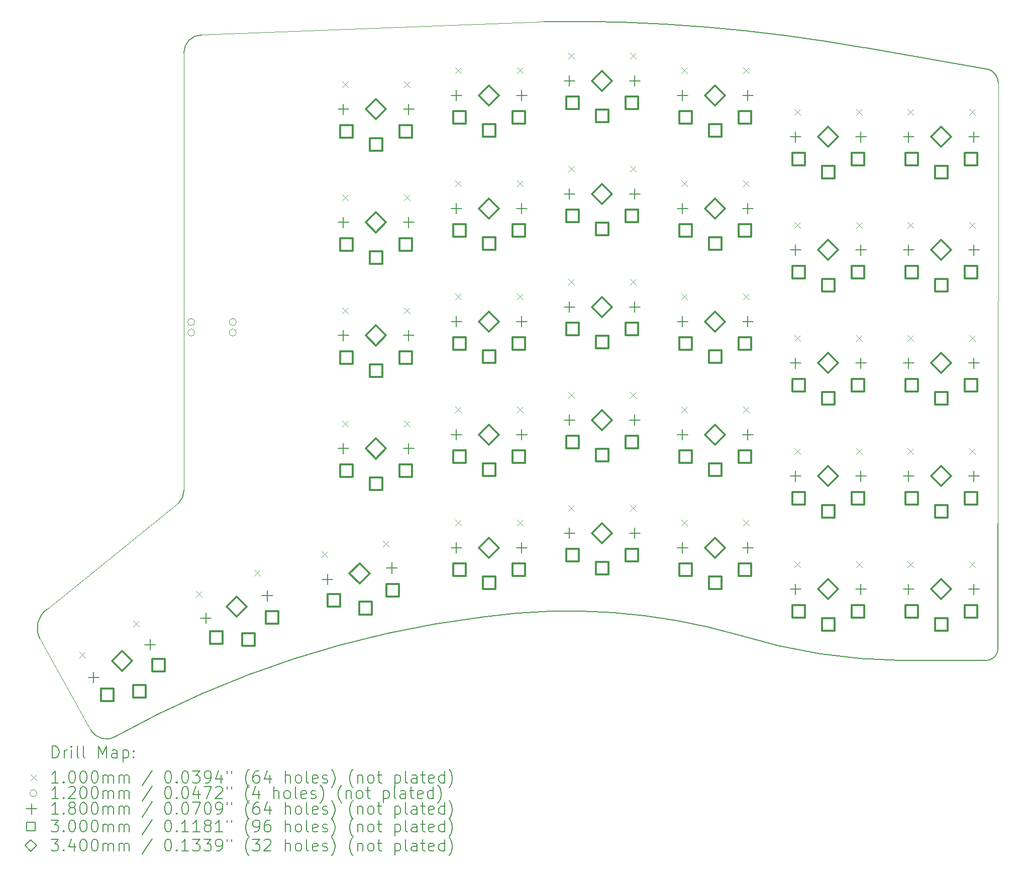
<source format=gbr>
%TF.GenerationSoftware,KiCad,Pcbnew,7.0.9*%
%TF.CreationDate,2023-12-28T12:41:07+03:00*%
%TF.ProjectId,SofleKeyboard,536f666c-654b-4657-9962-6f6172642e6b,rev?*%
%TF.SameCoordinates,Original*%
%TF.FileFunction,Drillmap*%
%TF.FilePolarity,Positive*%
%FSLAX45Y45*%
G04 Gerber Fmt 4.5, Leading zero omitted, Abs format (unit mm)*
G04 Created by KiCad (PCBNEW 7.0.9) date 2023-12-28 12:41:07*
%MOMM*%
%LPD*%
G01*
G04 APERTURE LIST*
%ADD10C,0.150000*%
%ADD11C,0.100000*%
%ADD12C,0.200000*%
%ADD13C,0.120000*%
%ADD14C,0.180000*%
%ADD15C,0.300000*%
%ADD16C,0.340000*%
G04 APERTURE END LIST*
D10*
X22380000Y-4305000D02*
X20315088Y-3947091D01*
X20315088Y-3947091D02*
G75*
G03*
X14900000Y-3500000I-5044773J-28084574D01*
G01*
X22330323Y-14265589D02*
X20927661Y-14265589D01*
X18180000Y-13837795D02*
G75*
G03*
X20927661Y-14265589I2842168J9217017D01*
G01*
X18180000Y-13837795D02*
G75*
G03*
X13884929Y-13530780I-2869242J-9942996D01*
G01*
X13884929Y-13530780D02*
G75*
G03*
X7671768Y-15546997I2044663J-16882140D01*
G01*
X7254609Y-15428787D02*
G75*
G03*
X7671768Y-15546997I265000J140000D01*
G01*
X6524126Y-13401045D02*
G75*
G03*
X6399126Y-13893873I216652J-317217D01*
G01*
X8742132Y-11607132D02*
G75*
G03*
X8830000Y-11395000I-212132J212132D01*
G01*
X9128918Y-3726392D02*
G75*
G03*
X8826392Y-4028918I0J-302526D01*
G01*
X22550000Y-4535000D02*
G75*
G03*
X22380000Y-4305000I-240588J0D01*
G01*
X22330323Y-14265589D02*
G75*
G03*
X22545000Y-14060000I14610J199622D01*
G01*
D11*
X7254609Y-15428787D02*
X6399126Y-13893873D01*
X6524126Y-13401045D02*
X8742132Y-11607132D01*
X14900000Y-3500000D02*
X9128918Y-3726392D01*
D10*
X22547018Y-11950000D02*
X22545000Y-14060000D01*
D11*
X8830000Y-11395000D02*
X8826392Y-4028918D01*
X22550000Y-4535000D02*
X22547018Y-11950000D01*
D12*
D11*
X7070448Y-14121314D02*
X7170448Y-14221314D01*
X7170448Y-14121314D02*
X7070448Y-14221314D01*
X7974578Y-13599314D02*
X8074578Y-13699314D01*
X8074578Y-13599314D02*
X7974578Y-13699314D01*
X9030926Y-13095211D02*
X9130926Y-13195211D01*
X9130926Y-13095211D02*
X9030926Y-13195211D01*
X10011965Y-12738142D02*
X10111965Y-12838142D01*
X10111965Y-12738142D02*
X10011965Y-12838142D01*
X11149800Y-12429610D02*
X11249799Y-12529610D01*
X11249799Y-12429610D02*
X11149800Y-12529610D01*
X11493000Y-4509900D02*
X11593000Y-4609900D01*
X11593000Y-4509900D02*
X11493000Y-4609900D01*
X11493000Y-6415000D02*
X11593000Y-6515000D01*
X11593000Y-6415000D02*
X11493000Y-6515000D01*
X11493000Y-8320000D02*
X11593000Y-8420000D01*
X11593000Y-8320000D02*
X11493000Y-8420000D01*
X11493000Y-10225000D02*
X11593000Y-10325000D01*
X11593000Y-10225000D02*
X11493000Y-10325000D01*
X12177939Y-12248321D02*
X12277939Y-12348321D01*
X12277939Y-12248321D02*
X12177939Y-12348321D01*
X12537000Y-4509900D02*
X12637000Y-4609900D01*
X12637000Y-4509900D02*
X12537000Y-4609900D01*
X12537000Y-6415000D02*
X12637000Y-6515000D01*
X12637000Y-6415000D02*
X12537000Y-6515000D01*
X12537000Y-8320000D02*
X12637000Y-8420000D01*
X12637000Y-8320000D02*
X12537000Y-8420000D01*
X12537000Y-10225000D02*
X12637000Y-10325000D01*
X12637000Y-10225000D02*
X12537000Y-10325000D01*
X13398000Y-4275000D02*
X13498000Y-4375000D01*
X13498000Y-4275000D02*
X13398000Y-4375000D01*
X13398000Y-6179900D02*
X13498000Y-6279900D01*
X13498000Y-6179900D02*
X13398000Y-6279900D01*
X13398000Y-8085000D02*
X13498000Y-8185000D01*
X13498000Y-8085000D02*
X13398000Y-8185000D01*
X13398000Y-9990000D02*
X13498000Y-10090000D01*
X13498000Y-9990000D02*
X13398000Y-10090000D01*
X13398000Y-11895000D02*
X13498000Y-11995000D01*
X13498000Y-11895000D02*
X13398000Y-11995000D01*
X14442000Y-4275000D02*
X14542000Y-4375000D01*
X14542000Y-4275000D02*
X14442000Y-4375000D01*
X14442000Y-6179900D02*
X14542000Y-6279900D01*
X14542000Y-6179900D02*
X14442000Y-6279900D01*
X14442000Y-8085000D02*
X14542000Y-8185000D01*
X14542000Y-8085000D02*
X14442000Y-8185000D01*
X14442000Y-9990000D02*
X14542000Y-10090000D01*
X14542000Y-9990000D02*
X14442000Y-10090000D01*
X14442000Y-11895000D02*
X14542000Y-11995000D01*
X14542000Y-11895000D02*
X14442000Y-11995000D01*
X15303000Y-4030000D02*
X15403000Y-4130000D01*
X15403000Y-4030000D02*
X15303000Y-4130000D01*
X15303000Y-5935000D02*
X15403000Y-6035000D01*
X15403000Y-5935000D02*
X15303000Y-6035000D01*
X15303000Y-7840000D02*
X15403000Y-7940000D01*
X15403000Y-7840000D02*
X15303000Y-7940000D01*
X15303000Y-9745000D02*
X15403000Y-9845000D01*
X15403000Y-9745000D02*
X15303000Y-9845000D01*
X15303000Y-11650000D02*
X15403000Y-11750000D01*
X15403000Y-11650000D02*
X15303000Y-11750000D01*
X16347000Y-4030000D02*
X16447000Y-4130000D01*
X16447000Y-4030000D02*
X16347000Y-4130000D01*
X16347000Y-5935000D02*
X16447000Y-6035000D01*
X16447000Y-5935000D02*
X16347000Y-6035000D01*
X16347000Y-7840000D02*
X16447000Y-7940000D01*
X16447000Y-7840000D02*
X16347000Y-7940000D01*
X16347000Y-9745000D02*
X16447000Y-9845000D01*
X16447000Y-9745000D02*
X16347000Y-9845000D01*
X16347000Y-11650000D02*
X16447000Y-11750000D01*
X16447000Y-11650000D02*
X16347000Y-11750000D01*
X17208000Y-4275000D02*
X17308000Y-4375000D01*
X17308000Y-4275000D02*
X17208000Y-4375000D01*
X17208000Y-6180000D02*
X17308000Y-6280000D01*
X17308000Y-6180000D02*
X17208000Y-6280000D01*
X17208000Y-8085000D02*
X17308000Y-8185000D01*
X17308000Y-8085000D02*
X17208000Y-8185000D01*
X17208000Y-9990000D02*
X17308000Y-10090000D01*
X17308000Y-9990000D02*
X17208000Y-10090000D01*
X17208000Y-11895000D02*
X17308000Y-11995000D01*
X17308000Y-11895000D02*
X17208000Y-11995000D01*
X18252000Y-4275000D02*
X18352000Y-4375000D01*
X18352000Y-4275000D02*
X18252000Y-4375000D01*
X18252000Y-6180000D02*
X18352000Y-6280000D01*
X18352000Y-6180000D02*
X18252000Y-6280000D01*
X18252000Y-8085000D02*
X18352000Y-8185000D01*
X18352000Y-8085000D02*
X18252000Y-8185000D01*
X18252000Y-9990000D02*
X18352000Y-10090000D01*
X18352000Y-9990000D02*
X18252000Y-10090000D01*
X18252000Y-11895000D02*
X18352000Y-11995000D01*
X18352000Y-11895000D02*
X18252000Y-11995000D01*
X19113000Y-4975000D02*
X19213000Y-5075000D01*
X19213000Y-4975000D02*
X19113000Y-5075000D01*
X19113000Y-6880000D02*
X19213000Y-6980000D01*
X19213000Y-6880000D02*
X19113000Y-6980000D01*
X19113000Y-8785000D02*
X19213000Y-8885000D01*
X19213000Y-8785000D02*
X19113000Y-8885000D01*
X19113000Y-10690000D02*
X19213000Y-10790000D01*
X19213000Y-10690000D02*
X19113000Y-10790000D01*
X19113000Y-12595000D02*
X19213000Y-12695000D01*
X19213000Y-12595000D02*
X19113000Y-12695000D01*
X20157000Y-4975000D02*
X20257000Y-5075000D01*
X20257000Y-4975000D02*
X20157000Y-5075000D01*
X20157000Y-6880000D02*
X20257000Y-6980000D01*
X20257000Y-6880000D02*
X20157000Y-6980000D01*
X20157000Y-8785000D02*
X20257000Y-8885000D01*
X20257000Y-8785000D02*
X20157000Y-8885000D01*
X20157000Y-10690000D02*
X20257000Y-10790000D01*
X20257000Y-10690000D02*
X20157000Y-10790000D01*
X20157000Y-12595000D02*
X20257000Y-12695000D01*
X20257000Y-12595000D02*
X20157000Y-12695000D01*
X21018000Y-4975000D02*
X21118000Y-5075000D01*
X21118000Y-4975000D02*
X21018000Y-5075000D01*
X21018000Y-6880000D02*
X21118000Y-6980000D01*
X21118000Y-6880000D02*
X21018000Y-6980000D01*
X21018000Y-8785000D02*
X21118000Y-8885000D01*
X21118000Y-8785000D02*
X21018000Y-8885000D01*
X21018000Y-10690000D02*
X21118000Y-10790000D01*
X21118000Y-10690000D02*
X21018000Y-10790000D01*
X21018000Y-12595000D02*
X21118000Y-12695000D01*
X21118000Y-12595000D02*
X21018000Y-12695000D01*
X22062000Y-4975000D02*
X22162000Y-5075000D01*
X22162000Y-4975000D02*
X22062000Y-5075000D01*
X22062000Y-6880000D02*
X22162000Y-6980000D01*
X22162000Y-6880000D02*
X22062000Y-6980000D01*
X22062000Y-8785000D02*
X22162000Y-8885000D01*
X22162000Y-8785000D02*
X22062000Y-8885000D01*
X22062000Y-10690000D02*
X22162000Y-10790000D01*
X22162000Y-10690000D02*
X22062000Y-10790000D01*
X22062000Y-12595000D02*
X22162000Y-12695000D01*
X22162000Y-12595000D02*
X22062000Y-12695000D01*
D13*
X9010000Y-8565000D02*
G75*
G03*
X9010000Y-8565000I-60000J0D01*
G01*
X9010000Y-8740000D02*
G75*
G03*
X9010000Y-8740000I-60000J0D01*
G01*
X9710000Y-8565000D02*
G75*
G03*
X9710000Y-8565000I-60000J0D01*
G01*
X9710000Y-8740000D02*
G75*
G03*
X9710000Y-8740000I-60000J0D01*
G01*
D14*
X7306199Y-14459045D02*
X7306199Y-14639045D01*
X7216199Y-14549045D02*
X7396199Y-14549045D01*
X8258827Y-13909045D02*
X8258827Y-14089045D01*
X8168827Y-13999045D02*
X8348827Y-13999045D01*
X9198263Y-13459458D02*
X9198263Y-13639458D01*
X9108263Y-13549458D02*
X9288263Y-13549458D01*
X10231925Y-13083236D02*
X10231925Y-13263236D01*
X10141925Y-13173236D02*
X10321925Y-13173236D01*
X11245157Y-12808091D02*
X11245157Y-12988091D01*
X11155157Y-12898091D02*
X11335157Y-12898091D01*
X11515000Y-4889900D02*
X11515000Y-5069900D01*
X11425000Y-4979900D02*
X11605000Y-4979900D01*
X11515000Y-6795000D02*
X11515000Y-6975000D01*
X11425000Y-6885000D02*
X11605000Y-6885000D01*
X11515000Y-8700000D02*
X11515000Y-8880000D01*
X11425000Y-8790000D02*
X11605000Y-8790000D01*
X11515000Y-10605000D02*
X11515000Y-10785000D01*
X11425000Y-10695000D02*
X11605000Y-10695000D01*
X12328446Y-12617078D02*
X12328446Y-12797078D01*
X12238446Y-12707078D02*
X12418446Y-12707078D01*
X12615000Y-4889900D02*
X12615000Y-5069900D01*
X12525000Y-4979900D02*
X12705000Y-4979900D01*
X12615000Y-6795000D02*
X12615000Y-6975000D01*
X12525000Y-6885000D02*
X12705000Y-6885000D01*
X12615000Y-8700000D02*
X12615000Y-8880000D01*
X12525000Y-8790000D02*
X12705000Y-8790000D01*
X12615000Y-10605000D02*
X12615000Y-10785000D01*
X12525000Y-10695000D02*
X12705000Y-10695000D01*
X13420000Y-4655000D02*
X13420000Y-4835000D01*
X13330000Y-4745000D02*
X13510000Y-4745000D01*
X13420000Y-6559900D02*
X13420000Y-6739900D01*
X13330000Y-6649900D02*
X13510000Y-6649900D01*
X13420000Y-8465000D02*
X13420000Y-8645000D01*
X13330000Y-8555000D02*
X13510000Y-8555000D01*
X13420000Y-10370000D02*
X13420000Y-10550000D01*
X13330000Y-10460000D02*
X13510000Y-10460000D01*
X13420000Y-12275000D02*
X13420000Y-12455000D01*
X13330000Y-12365000D02*
X13510000Y-12365000D01*
X14520000Y-4655000D02*
X14520000Y-4835000D01*
X14430000Y-4745000D02*
X14610000Y-4745000D01*
X14520000Y-6559900D02*
X14520000Y-6739900D01*
X14430000Y-6649900D02*
X14610000Y-6649900D01*
X14520000Y-8465000D02*
X14520000Y-8645000D01*
X14430000Y-8555000D02*
X14610000Y-8555000D01*
X14520000Y-10370000D02*
X14520000Y-10550000D01*
X14430000Y-10460000D02*
X14610000Y-10460000D01*
X14520000Y-12275000D02*
X14520000Y-12455000D01*
X14430000Y-12365000D02*
X14610000Y-12365000D01*
X15325000Y-4410000D02*
X15325000Y-4590000D01*
X15235000Y-4500000D02*
X15415000Y-4500000D01*
X15325000Y-6315000D02*
X15325000Y-6495000D01*
X15235000Y-6405000D02*
X15415000Y-6405000D01*
X15325000Y-8220000D02*
X15325000Y-8400000D01*
X15235000Y-8310000D02*
X15415000Y-8310000D01*
X15325000Y-10125000D02*
X15325000Y-10305000D01*
X15235000Y-10215000D02*
X15415000Y-10215000D01*
X15325000Y-12030000D02*
X15325000Y-12210000D01*
X15235000Y-12120000D02*
X15415000Y-12120000D01*
X16425000Y-4410000D02*
X16425000Y-4590000D01*
X16335000Y-4500000D02*
X16515000Y-4500000D01*
X16425000Y-6315000D02*
X16425000Y-6495000D01*
X16335000Y-6405000D02*
X16515000Y-6405000D01*
X16425000Y-8220000D02*
X16425000Y-8400000D01*
X16335000Y-8310000D02*
X16515000Y-8310000D01*
X16425000Y-10125000D02*
X16425000Y-10305000D01*
X16335000Y-10215000D02*
X16515000Y-10215000D01*
X16425000Y-12030000D02*
X16425000Y-12210000D01*
X16335000Y-12120000D02*
X16515000Y-12120000D01*
X17230000Y-4655000D02*
X17230000Y-4835000D01*
X17140000Y-4745000D02*
X17320000Y-4745000D01*
X17230000Y-6560000D02*
X17230000Y-6740000D01*
X17140000Y-6650000D02*
X17320000Y-6650000D01*
X17230000Y-8465000D02*
X17230000Y-8645000D01*
X17140000Y-8555000D02*
X17320000Y-8555000D01*
X17230000Y-10370000D02*
X17230000Y-10550000D01*
X17140000Y-10460000D02*
X17320000Y-10460000D01*
X17230000Y-12275000D02*
X17230000Y-12455000D01*
X17140000Y-12365000D02*
X17320000Y-12365000D01*
X18330000Y-4655000D02*
X18330000Y-4835000D01*
X18240000Y-4745000D02*
X18420000Y-4745000D01*
X18330000Y-6560000D02*
X18330000Y-6740000D01*
X18240000Y-6650000D02*
X18420000Y-6650000D01*
X18330000Y-8465000D02*
X18330000Y-8645000D01*
X18240000Y-8555000D02*
X18420000Y-8555000D01*
X18330000Y-10370000D02*
X18330000Y-10550000D01*
X18240000Y-10460000D02*
X18420000Y-10460000D01*
X18330000Y-12275000D02*
X18330000Y-12455000D01*
X18240000Y-12365000D02*
X18420000Y-12365000D01*
X19135000Y-5355000D02*
X19135000Y-5535000D01*
X19045000Y-5445000D02*
X19225000Y-5445000D01*
X19135000Y-7260000D02*
X19135000Y-7440000D01*
X19045000Y-7350000D02*
X19225000Y-7350000D01*
X19135000Y-9165000D02*
X19135000Y-9345000D01*
X19045000Y-9255000D02*
X19225000Y-9255000D01*
X19135000Y-11070000D02*
X19135000Y-11250000D01*
X19045000Y-11160000D02*
X19225000Y-11160000D01*
X19135000Y-12975000D02*
X19135000Y-13155000D01*
X19045000Y-13065000D02*
X19225000Y-13065000D01*
X20235000Y-5355000D02*
X20235000Y-5535000D01*
X20145000Y-5445000D02*
X20325000Y-5445000D01*
X20235000Y-7260000D02*
X20235000Y-7440000D01*
X20145000Y-7350000D02*
X20325000Y-7350000D01*
X20235000Y-9165000D02*
X20235000Y-9345000D01*
X20145000Y-9255000D02*
X20325000Y-9255000D01*
X20235000Y-11070000D02*
X20235000Y-11250000D01*
X20145000Y-11160000D02*
X20325000Y-11160000D01*
X20235000Y-12975000D02*
X20235000Y-13155000D01*
X20145000Y-13065000D02*
X20325000Y-13065000D01*
X21040000Y-5355000D02*
X21040000Y-5535000D01*
X20950000Y-5445000D02*
X21130000Y-5445000D01*
X21040000Y-7260000D02*
X21040000Y-7440000D01*
X20950000Y-7350000D02*
X21130000Y-7350000D01*
X21040000Y-9165000D02*
X21040000Y-9345000D01*
X20950000Y-9255000D02*
X21130000Y-9255000D01*
X21040000Y-11070000D02*
X21040000Y-11250000D01*
X20950000Y-11160000D02*
X21130000Y-11160000D01*
X21040000Y-12975000D02*
X21040000Y-13155000D01*
X20950000Y-13065000D02*
X21130000Y-13065000D01*
X22140000Y-5355000D02*
X22140000Y-5535000D01*
X22050000Y-5445000D02*
X22230000Y-5445000D01*
X22140000Y-7260000D02*
X22140000Y-7440000D01*
X22050000Y-7350000D02*
X22230000Y-7350000D01*
X22140000Y-9165000D02*
X22140000Y-9345000D01*
X22050000Y-9255000D02*
X22230000Y-9255000D01*
X22140000Y-11070000D02*
X22140000Y-11250000D01*
X22050000Y-11160000D02*
X22230000Y-11160000D01*
X22140000Y-12975000D02*
X22140000Y-13155000D01*
X22050000Y-13065000D02*
X22230000Y-13065000D01*
D15*
X7640567Y-14950541D02*
X7640567Y-14738407D01*
X7428433Y-14738407D01*
X7428433Y-14950541D01*
X7640567Y-14950541D01*
X8183580Y-14891067D02*
X8183580Y-14678933D01*
X7971446Y-14678933D01*
X7971446Y-14891067D01*
X8183580Y-14891067D01*
X8506593Y-14450541D02*
X8506593Y-14238407D01*
X8294459Y-14238407D01*
X8294459Y-14450541D01*
X8506593Y-14450541D01*
X9477862Y-13986110D02*
X9477862Y-13773976D01*
X9265728Y-13773976D01*
X9265728Y-13986110D01*
X9477862Y-13986110D01*
X10022953Y-14021833D02*
X10022953Y-13809699D01*
X9810819Y-13809699D01*
X9810819Y-14021833D01*
X10022953Y-14021833D01*
X10417555Y-13644090D02*
X10417555Y-13431956D01*
X10205421Y-13431956D01*
X10205421Y-13644090D01*
X10417555Y-13644090D01*
X11464714Y-13359855D02*
X11464714Y-13147721D01*
X11252580Y-13147721D01*
X11252580Y-13359855D01*
X11464714Y-13359855D01*
X11671067Y-5455967D02*
X11671067Y-5243833D01*
X11458933Y-5243833D01*
X11458933Y-5455967D01*
X11671067Y-5455967D01*
X11671067Y-7361067D02*
X11671067Y-7148933D01*
X11458933Y-7148933D01*
X11458933Y-7361067D01*
X11671067Y-7361067D01*
X11671067Y-9266067D02*
X11671067Y-9053933D01*
X11458933Y-9053933D01*
X11458933Y-9266067D01*
X11671067Y-9266067D01*
X11671067Y-11171067D02*
X11671067Y-10958933D01*
X11458933Y-10958933D01*
X11458933Y-11171067D01*
X11671067Y-11171067D01*
X11995321Y-13489688D02*
X11995321Y-13277554D01*
X11783187Y-13277554D01*
X11783187Y-13489688D01*
X11995321Y-13489688D01*
X12171067Y-5675967D02*
X12171067Y-5463833D01*
X11958933Y-5463833D01*
X11958933Y-5675967D01*
X12171067Y-5675967D01*
X12171067Y-7581067D02*
X12171067Y-7368933D01*
X11958933Y-7368933D01*
X11958933Y-7581067D01*
X12171067Y-7581067D01*
X12171067Y-9486067D02*
X12171067Y-9273933D01*
X11958933Y-9273933D01*
X11958933Y-9486067D01*
X12171067Y-9486067D01*
X12171067Y-11391067D02*
X12171067Y-11178933D01*
X11958933Y-11178933D01*
X11958933Y-11391067D01*
X12171067Y-11391067D01*
X12449522Y-13186207D02*
X12449522Y-12974073D01*
X12237388Y-12974073D01*
X12237388Y-13186207D01*
X12449522Y-13186207D01*
X12671067Y-5455967D02*
X12671067Y-5243833D01*
X12458933Y-5243833D01*
X12458933Y-5455967D01*
X12671067Y-5455967D01*
X12671067Y-7361067D02*
X12671067Y-7148933D01*
X12458933Y-7148933D01*
X12458933Y-7361067D01*
X12671067Y-7361067D01*
X12671067Y-9266067D02*
X12671067Y-9053933D01*
X12458933Y-9053933D01*
X12458933Y-9266067D01*
X12671067Y-9266067D01*
X12671067Y-11171067D02*
X12671067Y-10958933D01*
X12458933Y-10958933D01*
X12458933Y-11171067D01*
X12671067Y-11171067D01*
X13576067Y-5221067D02*
X13576067Y-5008933D01*
X13363933Y-5008933D01*
X13363933Y-5221067D01*
X13576067Y-5221067D01*
X13576067Y-7125967D02*
X13576067Y-6913833D01*
X13363933Y-6913833D01*
X13363933Y-7125967D01*
X13576067Y-7125967D01*
X13576067Y-9031067D02*
X13576067Y-8818933D01*
X13363933Y-8818933D01*
X13363933Y-9031067D01*
X13576067Y-9031067D01*
X13576067Y-10936067D02*
X13576067Y-10723933D01*
X13363933Y-10723933D01*
X13363933Y-10936067D01*
X13576067Y-10936067D01*
X13576067Y-12841067D02*
X13576067Y-12628933D01*
X13363933Y-12628933D01*
X13363933Y-12841067D01*
X13576067Y-12841067D01*
X14076067Y-5441067D02*
X14076067Y-5228933D01*
X13863933Y-5228933D01*
X13863933Y-5441067D01*
X14076067Y-5441067D01*
X14076067Y-7345967D02*
X14076067Y-7133833D01*
X13863933Y-7133833D01*
X13863933Y-7345967D01*
X14076067Y-7345967D01*
X14076067Y-9251067D02*
X14076067Y-9038933D01*
X13863933Y-9038933D01*
X13863933Y-9251067D01*
X14076067Y-9251067D01*
X14076067Y-11156067D02*
X14076067Y-10943933D01*
X13863933Y-10943933D01*
X13863933Y-11156067D01*
X14076067Y-11156067D01*
X14076067Y-13061067D02*
X14076067Y-12848933D01*
X13863933Y-12848933D01*
X13863933Y-13061067D01*
X14076067Y-13061067D01*
X14576067Y-5221067D02*
X14576067Y-5008933D01*
X14363933Y-5008933D01*
X14363933Y-5221067D01*
X14576067Y-5221067D01*
X14576067Y-7125967D02*
X14576067Y-6913833D01*
X14363933Y-6913833D01*
X14363933Y-7125967D01*
X14576067Y-7125967D01*
X14576067Y-9031067D02*
X14576067Y-8818933D01*
X14363933Y-8818933D01*
X14363933Y-9031067D01*
X14576067Y-9031067D01*
X14576067Y-10936067D02*
X14576067Y-10723933D01*
X14363933Y-10723933D01*
X14363933Y-10936067D01*
X14576067Y-10936067D01*
X14576067Y-12841067D02*
X14576067Y-12628933D01*
X14363933Y-12628933D01*
X14363933Y-12841067D01*
X14576067Y-12841067D01*
X15481067Y-4976067D02*
X15481067Y-4763933D01*
X15268933Y-4763933D01*
X15268933Y-4976067D01*
X15481067Y-4976067D01*
X15481067Y-6881067D02*
X15481067Y-6668933D01*
X15268933Y-6668933D01*
X15268933Y-6881067D01*
X15481067Y-6881067D01*
X15481067Y-8786067D02*
X15481067Y-8573933D01*
X15268933Y-8573933D01*
X15268933Y-8786067D01*
X15481067Y-8786067D01*
X15481067Y-10691067D02*
X15481067Y-10478933D01*
X15268933Y-10478933D01*
X15268933Y-10691067D01*
X15481067Y-10691067D01*
X15481067Y-12596067D02*
X15481067Y-12383933D01*
X15268933Y-12383933D01*
X15268933Y-12596067D01*
X15481067Y-12596067D01*
X15981067Y-5196067D02*
X15981067Y-4983933D01*
X15768933Y-4983933D01*
X15768933Y-5196067D01*
X15981067Y-5196067D01*
X15981067Y-7101067D02*
X15981067Y-6888933D01*
X15768933Y-6888933D01*
X15768933Y-7101067D01*
X15981067Y-7101067D01*
X15981067Y-9006067D02*
X15981067Y-8793933D01*
X15768933Y-8793933D01*
X15768933Y-9006067D01*
X15981067Y-9006067D01*
X15981067Y-10911067D02*
X15981067Y-10698933D01*
X15768933Y-10698933D01*
X15768933Y-10911067D01*
X15981067Y-10911067D01*
X15981067Y-12816067D02*
X15981067Y-12603933D01*
X15768933Y-12603933D01*
X15768933Y-12816067D01*
X15981067Y-12816067D01*
X16481067Y-4976067D02*
X16481067Y-4763933D01*
X16268933Y-4763933D01*
X16268933Y-4976067D01*
X16481067Y-4976067D01*
X16481067Y-6881067D02*
X16481067Y-6668933D01*
X16268933Y-6668933D01*
X16268933Y-6881067D01*
X16481067Y-6881067D01*
X16481067Y-8786067D02*
X16481067Y-8573933D01*
X16268933Y-8573933D01*
X16268933Y-8786067D01*
X16481067Y-8786067D01*
X16481067Y-10691067D02*
X16481067Y-10478933D01*
X16268933Y-10478933D01*
X16268933Y-10691067D01*
X16481067Y-10691067D01*
X16481067Y-12596067D02*
X16481067Y-12383933D01*
X16268933Y-12383933D01*
X16268933Y-12596067D01*
X16481067Y-12596067D01*
X17386067Y-5221067D02*
X17386067Y-5008933D01*
X17173933Y-5008933D01*
X17173933Y-5221067D01*
X17386067Y-5221067D01*
X17386067Y-7126067D02*
X17386067Y-6913933D01*
X17173933Y-6913933D01*
X17173933Y-7126067D01*
X17386067Y-7126067D01*
X17386067Y-9031067D02*
X17386067Y-8818933D01*
X17173933Y-8818933D01*
X17173933Y-9031067D01*
X17386067Y-9031067D01*
X17386067Y-10936067D02*
X17386067Y-10723933D01*
X17173933Y-10723933D01*
X17173933Y-10936067D01*
X17386067Y-10936067D01*
X17386067Y-12841067D02*
X17386067Y-12628933D01*
X17173933Y-12628933D01*
X17173933Y-12841067D01*
X17386067Y-12841067D01*
X17886067Y-5441067D02*
X17886067Y-5228933D01*
X17673933Y-5228933D01*
X17673933Y-5441067D01*
X17886067Y-5441067D01*
X17886067Y-7346067D02*
X17886067Y-7133933D01*
X17673933Y-7133933D01*
X17673933Y-7346067D01*
X17886067Y-7346067D01*
X17886067Y-9251067D02*
X17886067Y-9038933D01*
X17673933Y-9038933D01*
X17673933Y-9251067D01*
X17886067Y-9251067D01*
X17886067Y-11156067D02*
X17886067Y-10943933D01*
X17673933Y-10943933D01*
X17673933Y-11156067D01*
X17886067Y-11156067D01*
X17886067Y-13061067D02*
X17886067Y-12848933D01*
X17673933Y-12848933D01*
X17673933Y-13061067D01*
X17886067Y-13061067D01*
X18386067Y-5221067D02*
X18386067Y-5008933D01*
X18173933Y-5008933D01*
X18173933Y-5221067D01*
X18386067Y-5221067D01*
X18386067Y-7126067D02*
X18386067Y-6913933D01*
X18173933Y-6913933D01*
X18173933Y-7126067D01*
X18386067Y-7126067D01*
X18386067Y-9031067D02*
X18386067Y-8818933D01*
X18173933Y-8818933D01*
X18173933Y-9031067D01*
X18386067Y-9031067D01*
X18386067Y-10936067D02*
X18386067Y-10723933D01*
X18173933Y-10723933D01*
X18173933Y-10936067D01*
X18386067Y-10936067D01*
X18386067Y-12841067D02*
X18386067Y-12628933D01*
X18173933Y-12628933D01*
X18173933Y-12841067D01*
X18386067Y-12841067D01*
X19291067Y-5921067D02*
X19291067Y-5708933D01*
X19078933Y-5708933D01*
X19078933Y-5921067D01*
X19291067Y-5921067D01*
X19291067Y-7826067D02*
X19291067Y-7613933D01*
X19078933Y-7613933D01*
X19078933Y-7826067D01*
X19291067Y-7826067D01*
X19291067Y-9731067D02*
X19291067Y-9518933D01*
X19078933Y-9518933D01*
X19078933Y-9731067D01*
X19291067Y-9731067D01*
X19291067Y-11636067D02*
X19291067Y-11423933D01*
X19078933Y-11423933D01*
X19078933Y-11636067D01*
X19291067Y-11636067D01*
X19291067Y-13541067D02*
X19291067Y-13328933D01*
X19078933Y-13328933D01*
X19078933Y-13541067D01*
X19291067Y-13541067D01*
X19791067Y-6141067D02*
X19791067Y-5928933D01*
X19578933Y-5928933D01*
X19578933Y-6141067D01*
X19791067Y-6141067D01*
X19791067Y-8046067D02*
X19791067Y-7833933D01*
X19578933Y-7833933D01*
X19578933Y-8046067D01*
X19791067Y-8046067D01*
X19791067Y-9951067D02*
X19791067Y-9738933D01*
X19578933Y-9738933D01*
X19578933Y-9951067D01*
X19791067Y-9951067D01*
X19791067Y-11856067D02*
X19791067Y-11643933D01*
X19578933Y-11643933D01*
X19578933Y-11856067D01*
X19791067Y-11856067D01*
X19791067Y-13761067D02*
X19791067Y-13548933D01*
X19578933Y-13548933D01*
X19578933Y-13761067D01*
X19791067Y-13761067D01*
X20291067Y-5921067D02*
X20291067Y-5708933D01*
X20078933Y-5708933D01*
X20078933Y-5921067D01*
X20291067Y-5921067D01*
X20291067Y-7826067D02*
X20291067Y-7613933D01*
X20078933Y-7613933D01*
X20078933Y-7826067D01*
X20291067Y-7826067D01*
X20291067Y-9731067D02*
X20291067Y-9518933D01*
X20078933Y-9518933D01*
X20078933Y-9731067D01*
X20291067Y-9731067D01*
X20291067Y-11636067D02*
X20291067Y-11423933D01*
X20078933Y-11423933D01*
X20078933Y-11636067D01*
X20291067Y-11636067D01*
X20291067Y-13541067D02*
X20291067Y-13328933D01*
X20078933Y-13328933D01*
X20078933Y-13541067D01*
X20291067Y-13541067D01*
X21196067Y-5921067D02*
X21196067Y-5708933D01*
X20983933Y-5708933D01*
X20983933Y-5921067D01*
X21196067Y-5921067D01*
X21196067Y-7826067D02*
X21196067Y-7613933D01*
X20983933Y-7613933D01*
X20983933Y-7826067D01*
X21196067Y-7826067D01*
X21196067Y-9731067D02*
X21196067Y-9518933D01*
X20983933Y-9518933D01*
X20983933Y-9731067D01*
X21196067Y-9731067D01*
X21196067Y-11636067D02*
X21196067Y-11423933D01*
X20983933Y-11423933D01*
X20983933Y-11636067D01*
X21196067Y-11636067D01*
X21196067Y-13541067D02*
X21196067Y-13328933D01*
X20983933Y-13328933D01*
X20983933Y-13541067D01*
X21196067Y-13541067D01*
X21696067Y-6141067D02*
X21696067Y-5928933D01*
X21483933Y-5928933D01*
X21483933Y-6141067D01*
X21696067Y-6141067D01*
X21696067Y-8046067D02*
X21696067Y-7833933D01*
X21483933Y-7833933D01*
X21483933Y-8046067D01*
X21696067Y-8046067D01*
X21696067Y-9951067D02*
X21696067Y-9738933D01*
X21483933Y-9738933D01*
X21483933Y-9951067D01*
X21696067Y-9951067D01*
X21696067Y-11856067D02*
X21696067Y-11643933D01*
X21483933Y-11643933D01*
X21483933Y-11856067D01*
X21696067Y-11856067D01*
X21696067Y-13761067D02*
X21696067Y-13548933D01*
X21483933Y-13548933D01*
X21483933Y-13761067D01*
X21696067Y-13761067D01*
X22196067Y-5921067D02*
X22196067Y-5708933D01*
X21983933Y-5708933D01*
X21983933Y-5921067D01*
X22196067Y-5921067D01*
X22196067Y-7826067D02*
X22196067Y-7613933D01*
X21983933Y-7613933D01*
X21983933Y-7826067D01*
X22196067Y-7826067D01*
X22196067Y-9731067D02*
X22196067Y-9518933D01*
X21983933Y-9518933D01*
X21983933Y-9731067D01*
X22196067Y-9731067D01*
X22196067Y-11636067D02*
X22196067Y-11423933D01*
X21983933Y-11423933D01*
X21983933Y-11636067D01*
X22196067Y-11636067D01*
X22196067Y-13541067D02*
X22196067Y-13328933D01*
X21983933Y-13328933D01*
X21983933Y-13541067D01*
X22196067Y-13541067D01*
D16*
X7782513Y-14444045D02*
X7952513Y-14274045D01*
X7782513Y-14104045D01*
X7612513Y-14274045D01*
X7782513Y-14444045D01*
X9715094Y-13531347D02*
X9885094Y-13361347D01*
X9715094Y-13191347D01*
X9545094Y-13361347D01*
X9715094Y-13531347D01*
X11786801Y-12972585D02*
X11956801Y-12802585D01*
X11786801Y-12632585D01*
X11616801Y-12802585D01*
X11786801Y-12972585D01*
X12065000Y-5149900D02*
X12235000Y-4979900D01*
X12065000Y-4809900D01*
X11895000Y-4979900D01*
X12065000Y-5149900D01*
X12065000Y-7055000D02*
X12235000Y-6885000D01*
X12065000Y-6715000D01*
X11895000Y-6885000D01*
X12065000Y-7055000D01*
X12065000Y-8960000D02*
X12235000Y-8790000D01*
X12065000Y-8620000D01*
X11895000Y-8790000D01*
X12065000Y-8960000D01*
X12065000Y-10865000D02*
X12235000Y-10695000D01*
X12065000Y-10525000D01*
X11895000Y-10695000D01*
X12065000Y-10865000D01*
X13970000Y-4915000D02*
X14140000Y-4745000D01*
X13970000Y-4575000D01*
X13800000Y-4745000D01*
X13970000Y-4915000D01*
X13970000Y-6819900D02*
X14140000Y-6649900D01*
X13970000Y-6479900D01*
X13800000Y-6649900D01*
X13970000Y-6819900D01*
X13970000Y-8725000D02*
X14140000Y-8555000D01*
X13970000Y-8385000D01*
X13800000Y-8555000D01*
X13970000Y-8725000D01*
X13970000Y-10630000D02*
X14140000Y-10460000D01*
X13970000Y-10290000D01*
X13800000Y-10460000D01*
X13970000Y-10630000D01*
X13970000Y-12535000D02*
X14140000Y-12365000D01*
X13970000Y-12195000D01*
X13800000Y-12365000D01*
X13970000Y-12535000D01*
X15875000Y-4670000D02*
X16045000Y-4500000D01*
X15875000Y-4330000D01*
X15705000Y-4500000D01*
X15875000Y-4670000D01*
X15875000Y-6575000D02*
X16045000Y-6405000D01*
X15875000Y-6235000D01*
X15705000Y-6405000D01*
X15875000Y-6575000D01*
X15875000Y-8480000D02*
X16045000Y-8310000D01*
X15875000Y-8140000D01*
X15705000Y-8310000D01*
X15875000Y-8480000D01*
X15875000Y-10385000D02*
X16045000Y-10215000D01*
X15875000Y-10045000D01*
X15705000Y-10215000D01*
X15875000Y-10385000D01*
X15875000Y-12290000D02*
X16045000Y-12120000D01*
X15875000Y-11950000D01*
X15705000Y-12120000D01*
X15875000Y-12290000D01*
X17780000Y-4915000D02*
X17950000Y-4745000D01*
X17780000Y-4575000D01*
X17610000Y-4745000D01*
X17780000Y-4915000D01*
X17780000Y-6820000D02*
X17950000Y-6650000D01*
X17780000Y-6480000D01*
X17610000Y-6650000D01*
X17780000Y-6820000D01*
X17780000Y-8725000D02*
X17950000Y-8555000D01*
X17780000Y-8385000D01*
X17610000Y-8555000D01*
X17780000Y-8725000D01*
X17780000Y-10630000D02*
X17950000Y-10460000D01*
X17780000Y-10290000D01*
X17610000Y-10460000D01*
X17780000Y-10630000D01*
X17780000Y-12535000D02*
X17950000Y-12365000D01*
X17780000Y-12195000D01*
X17610000Y-12365000D01*
X17780000Y-12535000D01*
X19685000Y-5615000D02*
X19855000Y-5445000D01*
X19685000Y-5275000D01*
X19515000Y-5445000D01*
X19685000Y-5615000D01*
X19685000Y-7520000D02*
X19855000Y-7350000D01*
X19685000Y-7180000D01*
X19515000Y-7350000D01*
X19685000Y-7520000D01*
X19685000Y-9425000D02*
X19855000Y-9255000D01*
X19685000Y-9085000D01*
X19515000Y-9255000D01*
X19685000Y-9425000D01*
X19685000Y-11330000D02*
X19855000Y-11160000D01*
X19685000Y-10990000D01*
X19515000Y-11160000D01*
X19685000Y-11330000D01*
X19685000Y-13235000D02*
X19855000Y-13065000D01*
X19685000Y-12895000D01*
X19515000Y-13065000D01*
X19685000Y-13235000D01*
X21590000Y-5615000D02*
X21760000Y-5445000D01*
X21590000Y-5275000D01*
X21420000Y-5445000D01*
X21590000Y-5615000D01*
X21590000Y-7520000D02*
X21760000Y-7350000D01*
X21590000Y-7180000D01*
X21420000Y-7350000D01*
X21590000Y-7520000D01*
X21590000Y-9425000D02*
X21760000Y-9255000D01*
X21590000Y-9085000D01*
X21420000Y-9255000D01*
X21590000Y-9425000D01*
X21590000Y-11330000D02*
X21760000Y-11160000D01*
X21590000Y-10990000D01*
X21420000Y-11160000D01*
X21590000Y-11330000D01*
X21590000Y-13235000D02*
X21760000Y-13065000D01*
X21590000Y-12895000D01*
X21420000Y-13065000D01*
X21590000Y-13235000D01*
D12*
X6609913Y-15907479D02*
X6609913Y-15707479D01*
X6609913Y-15707479D02*
X6657532Y-15707479D01*
X6657532Y-15707479D02*
X6686103Y-15717003D01*
X6686103Y-15717003D02*
X6705151Y-15736050D01*
X6705151Y-15736050D02*
X6714675Y-15755098D01*
X6714675Y-15755098D02*
X6724199Y-15793193D01*
X6724199Y-15793193D02*
X6724199Y-15821765D01*
X6724199Y-15821765D02*
X6714675Y-15859860D01*
X6714675Y-15859860D02*
X6705151Y-15878907D01*
X6705151Y-15878907D02*
X6686103Y-15897955D01*
X6686103Y-15897955D02*
X6657532Y-15907479D01*
X6657532Y-15907479D02*
X6609913Y-15907479D01*
X6809913Y-15907479D02*
X6809913Y-15774146D01*
X6809913Y-15812241D02*
X6819437Y-15793193D01*
X6819437Y-15793193D02*
X6828960Y-15783669D01*
X6828960Y-15783669D02*
X6848008Y-15774146D01*
X6848008Y-15774146D02*
X6867056Y-15774146D01*
X6933722Y-15907479D02*
X6933722Y-15774146D01*
X6933722Y-15707479D02*
X6924199Y-15717003D01*
X6924199Y-15717003D02*
X6933722Y-15726527D01*
X6933722Y-15726527D02*
X6943246Y-15717003D01*
X6943246Y-15717003D02*
X6933722Y-15707479D01*
X6933722Y-15707479D02*
X6933722Y-15726527D01*
X7057532Y-15907479D02*
X7038484Y-15897955D01*
X7038484Y-15897955D02*
X7028960Y-15878907D01*
X7028960Y-15878907D02*
X7028960Y-15707479D01*
X7162294Y-15907479D02*
X7143246Y-15897955D01*
X7143246Y-15897955D02*
X7133722Y-15878907D01*
X7133722Y-15878907D02*
X7133722Y-15707479D01*
X7390865Y-15907479D02*
X7390865Y-15707479D01*
X7390865Y-15707479D02*
X7457532Y-15850336D01*
X7457532Y-15850336D02*
X7524199Y-15707479D01*
X7524199Y-15707479D02*
X7524199Y-15907479D01*
X7705151Y-15907479D02*
X7705151Y-15802717D01*
X7705151Y-15802717D02*
X7695627Y-15783669D01*
X7695627Y-15783669D02*
X7676580Y-15774146D01*
X7676580Y-15774146D02*
X7638484Y-15774146D01*
X7638484Y-15774146D02*
X7619437Y-15783669D01*
X7705151Y-15897955D02*
X7686103Y-15907479D01*
X7686103Y-15907479D02*
X7638484Y-15907479D01*
X7638484Y-15907479D02*
X7619437Y-15897955D01*
X7619437Y-15897955D02*
X7609913Y-15878907D01*
X7609913Y-15878907D02*
X7609913Y-15859860D01*
X7609913Y-15859860D02*
X7619437Y-15840812D01*
X7619437Y-15840812D02*
X7638484Y-15831288D01*
X7638484Y-15831288D02*
X7686103Y-15831288D01*
X7686103Y-15831288D02*
X7705151Y-15821765D01*
X7800389Y-15774146D02*
X7800389Y-15974146D01*
X7800389Y-15783669D02*
X7819437Y-15774146D01*
X7819437Y-15774146D02*
X7857532Y-15774146D01*
X7857532Y-15774146D02*
X7876580Y-15783669D01*
X7876580Y-15783669D02*
X7886103Y-15793193D01*
X7886103Y-15793193D02*
X7895627Y-15812241D01*
X7895627Y-15812241D02*
X7895627Y-15869384D01*
X7895627Y-15869384D02*
X7886103Y-15888431D01*
X7886103Y-15888431D02*
X7876580Y-15897955D01*
X7876580Y-15897955D02*
X7857532Y-15907479D01*
X7857532Y-15907479D02*
X7819437Y-15907479D01*
X7819437Y-15907479D02*
X7800389Y-15897955D01*
X7981341Y-15888431D02*
X7990865Y-15897955D01*
X7990865Y-15897955D02*
X7981341Y-15907479D01*
X7981341Y-15907479D02*
X7971818Y-15897955D01*
X7971818Y-15897955D02*
X7981341Y-15888431D01*
X7981341Y-15888431D02*
X7981341Y-15907479D01*
X7981341Y-15783669D02*
X7990865Y-15793193D01*
X7990865Y-15793193D02*
X7981341Y-15802717D01*
X7981341Y-15802717D02*
X7971818Y-15793193D01*
X7971818Y-15793193D02*
X7981341Y-15783669D01*
X7981341Y-15783669D02*
X7981341Y-15802717D01*
D11*
X6249136Y-16185995D02*
X6349136Y-16285995D01*
X6349136Y-16185995D02*
X6249136Y-16285995D01*
D12*
X6714675Y-16327479D02*
X6600389Y-16327479D01*
X6657532Y-16327479D02*
X6657532Y-16127479D01*
X6657532Y-16127479D02*
X6638484Y-16156050D01*
X6638484Y-16156050D02*
X6619437Y-16175098D01*
X6619437Y-16175098D02*
X6600389Y-16184622D01*
X6800389Y-16308431D02*
X6809913Y-16317955D01*
X6809913Y-16317955D02*
X6800389Y-16327479D01*
X6800389Y-16327479D02*
X6790865Y-16317955D01*
X6790865Y-16317955D02*
X6800389Y-16308431D01*
X6800389Y-16308431D02*
X6800389Y-16327479D01*
X6933722Y-16127479D02*
X6952770Y-16127479D01*
X6952770Y-16127479D02*
X6971818Y-16137003D01*
X6971818Y-16137003D02*
X6981341Y-16146527D01*
X6981341Y-16146527D02*
X6990865Y-16165574D01*
X6990865Y-16165574D02*
X7000389Y-16203669D01*
X7000389Y-16203669D02*
X7000389Y-16251288D01*
X7000389Y-16251288D02*
X6990865Y-16289384D01*
X6990865Y-16289384D02*
X6981341Y-16308431D01*
X6981341Y-16308431D02*
X6971818Y-16317955D01*
X6971818Y-16317955D02*
X6952770Y-16327479D01*
X6952770Y-16327479D02*
X6933722Y-16327479D01*
X6933722Y-16327479D02*
X6914675Y-16317955D01*
X6914675Y-16317955D02*
X6905151Y-16308431D01*
X6905151Y-16308431D02*
X6895627Y-16289384D01*
X6895627Y-16289384D02*
X6886103Y-16251288D01*
X6886103Y-16251288D02*
X6886103Y-16203669D01*
X6886103Y-16203669D02*
X6895627Y-16165574D01*
X6895627Y-16165574D02*
X6905151Y-16146527D01*
X6905151Y-16146527D02*
X6914675Y-16137003D01*
X6914675Y-16137003D02*
X6933722Y-16127479D01*
X7124199Y-16127479D02*
X7143246Y-16127479D01*
X7143246Y-16127479D02*
X7162294Y-16137003D01*
X7162294Y-16137003D02*
X7171818Y-16146527D01*
X7171818Y-16146527D02*
X7181341Y-16165574D01*
X7181341Y-16165574D02*
X7190865Y-16203669D01*
X7190865Y-16203669D02*
X7190865Y-16251288D01*
X7190865Y-16251288D02*
X7181341Y-16289384D01*
X7181341Y-16289384D02*
X7171818Y-16308431D01*
X7171818Y-16308431D02*
X7162294Y-16317955D01*
X7162294Y-16317955D02*
X7143246Y-16327479D01*
X7143246Y-16327479D02*
X7124199Y-16327479D01*
X7124199Y-16327479D02*
X7105151Y-16317955D01*
X7105151Y-16317955D02*
X7095627Y-16308431D01*
X7095627Y-16308431D02*
X7086103Y-16289384D01*
X7086103Y-16289384D02*
X7076580Y-16251288D01*
X7076580Y-16251288D02*
X7076580Y-16203669D01*
X7076580Y-16203669D02*
X7086103Y-16165574D01*
X7086103Y-16165574D02*
X7095627Y-16146527D01*
X7095627Y-16146527D02*
X7105151Y-16137003D01*
X7105151Y-16137003D02*
X7124199Y-16127479D01*
X7314675Y-16127479D02*
X7333722Y-16127479D01*
X7333722Y-16127479D02*
X7352770Y-16137003D01*
X7352770Y-16137003D02*
X7362294Y-16146527D01*
X7362294Y-16146527D02*
X7371818Y-16165574D01*
X7371818Y-16165574D02*
X7381341Y-16203669D01*
X7381341Y-16203669D02*
X7381341Y-16251288D01*
X7381341Y-16251288D02*
X7371818Y-16289384D01*
X7371818Y-16289384D02*
X7362294Y-16308431D01*
X7362294Y-16308431D02*
X7352770Y-16317955D01*
X7352770Y-16317955D02*
X7333722Y-16327479D01*
X7333722Y-16327479D02*
X7314675Y-16327479D01*
X7314675Y-16327479D02*
X7295627Y-16317955D01*
X7295627Y-16317955D02*
X7286103Y-16308431D01*
X7286103Y-16308431D02*
X7276580Y-16289384D01*
X7276580Y-16289384D02*
X7267056Y-16251288D01*
X7267056Y-16251288D02*
X7267056Y-16203669D01*
X7267056Y-16203669D02*
X7276580Y-16165574D01*
X7276580Y-16165574D02*
X7286103Y-16146527D01*
X7286103Y-16146527D02*
X7295627Y-16137003D01*
X7295627Y-16137003D02*
X7314675Y-16127479D01*
X7467056Y-16327479D02*
X7467056Y-16194146D01*
X7467056Y-16213193D02*
X7476580Y-16203669D01*
X7476580Y-16203669D02*
X7495627Y-16194146D01*
X7495627Y-16194146D02*
X7524199Y-16194146D01*
X7524199Y-16194146D02*
X7543246Y-16203669D01*
X7543246Y-16203669D02*
X7552770Y-16222717D01*
X7552770Y-16222717D02*
X7552770Y-16327479D01*
X7552770Y-16222717D02*
X7562294Y-16203669D01*
X7562294Y-16203669D02*
X7581341Y-16194146D01*
X7581341Y-16194146D02*
X7609913Y-16194146D01*
X7609913Y-16194146D02*
X7628961Y-16203669D01*
X7628961Y-16203669D02*
X7638484Y-16222717D01*
X7638484Y-16222717D02*
X7638484Y-16327479D01*
X7733722Y-16327479D02*
X7733722Y-16194146D01*
X7733722Y-16213193D02*
X7743246Y-16203669D01*
X7743246Y-16203669D02*
X7762294Y-16194146D01*
X7762294Y-16194146D02*
X7790865Y-16194146D01*
X7790865Y-16194146D02*
X7809913Y-16203669D01*
X7809913Y-16203669D02*
X7819437Y-16222717D01*
X7819437Y-16222717D02*
X7819437Y-16327479D01*
X7819437Y-16222717D02*
X7828961Y-16203669D01*
X7828961Y-16203669D02*
X7848008Y-16194146D01*
X7848008Y-16194146D02*
X7876580Y-16194146D01*
X7876580Y-16194146D02*
X7895627Y-16203669D01*
X7895627Y-16203669D02*
X7905151Y-16222717D01*
X7905151Y-16222717D02*
X7905151Y-16327479D01*
X8295627Y-16117955D02*
X8124199Y-16375098D01*
X8552770Y-16127479D02*
X8571818Y-16127479D01*
X8571818Y-16127479D02*
X8590866Y-16137003D01*
X8590866Y-16137003D02*
X8600389Y-16146527D01*
X8600389Y-16146527D02*
X8609913Y-16165574D01*
X8609913Y-16165574D02*
X8619437Y-16203669D01*
X8619437Y-16203669D02*
X8619437Y-16251288D01*
X8619437Y-16251288D02*
X8609913Y-16289384D01*
X8609913Y-16289384D02*
X8600389Y-16308431D01*
X8600389Y-16308431D02*
X8590866Y-16317955D01*
X8590866Y-16317955D02*
X8571818Y-16327479D01*
X8571818Y-16327479D02*
X8552770Y-16327479D01*
X8552770Y-16327479D02*
X8533723Y-16317955D01*
X8533723Y-16317955D02*
X8524199Y-16308431D01*
X8524199Y-16308431D02*
X8514675Y-16289384D01*
X8514675Y-16289384D02*
X8505151Y-16251288D01*
X8505151Y-16251288D02*
X8505151Y-16203669D01*
X8505151Y-16203669D02*
X8514675Y-16165574D01*
X8514675Y-16165574D02*
X8524199Y-16146527D01*
X8524199Y-16146527D02*
X8533723Y-16137003D01*
X8533723Y-16137003D02*
X8552770Y-16127479D01*
X8705151Y-16308431D02*
X8714675Y-16317955D01*
X8714675Y-16317955D02*
X8705151Y-16327479D01*
X8705151Y-16327479D02*
X8695627Y-16317955D01*
X8695627Y-16317955D02*
X8705151Y-16308431D01*
X8705151Y-16308431D02*
X8705151Y-16327479D01*
X8838485Y-16127479D02*
X8857532Y-16127479D01*
X8857532Y-16127479D02*
X8876580Y-16137003D01*
X8876580Y-16137003D02*
X8886104Y-16146527D01*
X8886104Y-16146527D02*
X8895627Y-16165574D01*
X8895627Y-16165574D02*
X8905151Y-16203669D01*
X8905151Y-16203669D02*
X8905151Y-16251288D01*
X8905151Y-16251288D02*
X8895627Y-16289384D01*
X8895627Y-16289384D02*
X8886104Y-16308431D01*
X8886104Y-16308431D02*
X8876580Y-16317955D01*
X8876580Y-16317955D02*
X8857532Y-16327479D01*
X8857532Y-16327479D02*
X8838485Y-16327479D01*
X8838485Y-16327479D02*
X8819437Y-16317955D01*
X8819437Y-16317955D02*
X8809913Y-16308431D01*
X8809913Y-16308431D02*
X8800389Y-16289384D01*
X8800389Y-16289384D02*
X8790866Y-16251288D01*
X8790866Y-16251288D02*
X8790866Y-16203669D01*
X8790866Y-16203669D02*
X8800389Y-16165574D01*
X8800389Y-16165574D02*
X8809913Y-16146527D01*
X8809913Y-16146527D02*
X8819437Y-16137003D01*
X8819437Y-16137003D02*
X8838485Y-16127479D01*
X8971818Y-16127479D02*
X9095627Y-16127479D01*
X9095627Y-16127479D02*
X9028961Y-16203669D01*
X9028961Y-16203669D02*
X9057532Y-16203669D01*
X9057532Y-16203669D02*
X9076580Y-16213193D01*
X9076580Y-16213193D02*
X9086104Y-16222717D01*
X9086104Y-16222717D02*
X9095627Y-16241765D01*
X9095627Y-16241765D02*
X9095627Y-16289384D01*
X9095627Y-16289384D02*
X9086104Y-16308431D01*
X9086104Y-16308431D02*
X9076580Y-16317955D01*
X9076580Y-16317955D02*
X9057532Y-16327479D01*
X9057532Y-16327479D02*
X9000389Y-16327479D01*
X9000389Y-16327479D02*
X8981342Y-16317955D01*
X8981342Y-16317955D02*
X8971818Y-16308431D01*
X9190866Y-16327479D02*
X9228961Y-16327479D01*
X9228961Y-16327479D02*
X9248008Y-16317955D01*
X9248008Y-16317955D02*
X9257532Y-16308431D01*
X9257532Y-16308431D02*
X9276580Y-16279860D01*
X9276580Y-16279860D02*
X9286104Y-16241765D01*
X9286104Y-16241765D02*
X9286104Y-16165574D01*
X9286104Y-16165574D02*
X9276580Y-16146527D01*
X9276580Y-16146527D02*
X9267056Y-16137003D01*
X9267056Y-16137003D02*
X9248008Y-16127479D01*
X9248008Y-16127479D02*
X9209913Y-16127479D01*
X9209913Y-16127479D02*
X9190866Y-16137003D01*
X9190866Y-16137003D02*
X9181342Y-16146527D01*
X9181342Y-16146527D02*
X9171818Y-16165574D01*
X9171818Y-16165574D02*
X9171818Y-16213193D01*
X9171818Y-16213193D02*
X9181342Y-16232241D01*
X9181342Y-16232241D02*
X9190866Y-16241765D01*
X9190866Y-16241765D02*
X9209913Y-16251288D01*
X9209913Y-16251288D02*
X9248008Y-16251288D01*
X9248008Y-16251288D02*
X9267056Y-16241765D01*
X9267056Y-16241765D02*
X9276580Y-16232241D01*
X9276580Y-16232241D02*
X9286104Y-16213193D01*
X9457532Y-16194146D02*
X9457532Y-16327479D01*
X9409913Y-16117955D02*
X9362294Y-16260812D01*
X9362294Y-16260812D02*
X9486104Y-16260812D01*
X9552770Y-16127479D02*
X9552770Y-16165574D01*
X9628961Y-16127479D02*
X9628961Y-16165574D01*
X9924199Y-16403669D02*
X9914675Y-16394146D01*
X9914675Y-16394146D02*
X9895628Y-16365574D01*
X9895628Y-16365574D02*
X9886104Y-16346527D01*
X9886104Y-16346527D02*
X9876580Y-16317955D01*
X9876580Y-16317955D02*
X9867056Y-16270336D01*
X9867056Y-16270336D02*
X9867056Y-16232241D01*
X9867056Y-16232241D02*
X9876580Y-16184622D01*
X9876580Y-16184622D02*
X9886104Y-16156050D01*
X9886104Y-16156050D02*
X9895628Y-16137003D01*
X9895628Y-16137003D02*
X9914675Y-16108431D01*
X9914675Y-16108431D02*
X9924199Y-16098907D01*
X10086104Y-16127479D02*
X10048008Y-16127479D01*
X10048008Y-16127479D02*
X10028961Y-16137003D01*
X10028961Y-16137003D02*
X10019437Y-16146527D01*
X10019437Y-16146527D02*
X10000389Y-16175098D01*
X10000389Y-16175098D02*
X9990866Y-16213193D01*
X9990866Y-16213193D02*
X9990866Y-16289384D01*
X9990866Y-16289384D02*
X10000389Y-16308431D01*
X10000389Y-16308431D02*
X10009913Y-16317955D01*
X10009913Y-16317955D02*
X10028961Y-16327479D01*
X10028961Y-16327479D02*
X10067056Y-16327479D01*
X10067056Y-16327479D02*
X10086104Y-16317955D01*
X10086104Y-16317955D02*
X10095628Y-16308431D01*
X10095628Y-16308431D02*
X10105151Y-16289384D01*
X10105151Y-16289384D02*
X10105151Y-16241765D01*
X10105151Y-16241765D02*
X10095628Y-16222717D01*
X10095628Y-16222717D02*
X10086104Y-16213193D01*
X10086104Y-16213193D02*
X10067056Y-16203669D01*
X10067056Y-16203669D02*
X10028961Y-16203669D01*
X10028961Y-16203669D02*
X10009913Y-16213193D01*
X10009913Y-16213193D02*
X10000389Y-16222717D01*
X10000389Y-16222717D02*
X9990866Y-16241765D01*
X10276580Y-16194146D02*
X10276580Y-16327479D01*
X10228961Y-16117955D02*
X10181342Y-16260812D01*
X10181342Y-16260812D02*
X10305151Y-16260812D01*
X10533723Y-16327479D02*
X10533723Y-16127479D01*
X10619437Y-16327479D02*
X10619437Y-16222717D01*
X10619437Y-16222717D02*
X10609913Y-16203669D01*
X10609913Y-16203669D02*
X10590866Y-16194146D01*
X10590866Y-16194146D02*
X10562294Y-16194146D01*
X10562294Y-16194146D02*
X10543247Y-16203669D01*
X10543247Y-16203669D02*
X10533723Y-16213193D01*
X10743247Y-16327479D02*
X10724199Y-16317955D01*
X10724199Y-16317955D02*
X10714675Y-16308431D01*
X10714675Y-16308431D02*
X10705151Y-16289384D01*
X10705151Y-16289384D02*
X10705151Y-16232241D01*
X10705151Y-16232241D02*
X10714675Y-16213193D01*
X10714675Y-16213193D02*
X10724199Y-16203669D01*
X10724199Y-16203669D02*
X10743247Y-16194146D01*
X10743247Y-16194146D02*
X10771818Y-16194146D01*
X10771818Y-16194146D02*
X10790866Y-16203669D01*
X10790866Y-16203669D02*
X10800390Y-16213193D01*
X10800390Y-16213193D02*
X10809913Y-16232241D01*
X10809913Y-16232241D02*
X10809913Y-16289384D01*
X10809913Y-16289384D02*
X10800390Y-16308431D01*
X10800390Y-16308431D02*
X10790866Y-16317955D01*
X10790866Y-16317955D02*
X10771818Y-16327479D01*
X10771818Y-16327479D02*
X10743247Y-16327479D01*
X10924199Y-16327479D02*
X10905151Y-16317955D01*
X10905151Y-16317955D02*
X10895628Y-16298907D01*
X10895628Y-16298907D02*
X10895628Y-16127479D01*
X11076580Y-16317955D02*
X11057532Y-16327479D01*
X11057532Y-16327479D02*
X11019437Y-16327479D01*
X11019437Y-16327479D02*
X11000390Y-16317955D01*
X11000390Y-16317955D02*
X10990866Y-16298907D01*
X10990866Y-16298907D02*
X10990866Y-16222717D01*
X10990866Y-16222717D02*
X11000390Y-16203669D01*
X11000390Y-16203669D02*
X11019437Y-16194146D01*
X11019437Y-16194146D02*
X11057532Y-16194146D01*
X11057532Y-16194146D02*
X11076580Y-16203669D01*
X11076580Y-16203669D02*
X11086104Y-16222717D01*
X11086104Y-16222717D02*
X11086104Y-16241765D01*
X11086104Y-16241765D02*
X10990866Y-16260812D01*
X11162294Y-16317955D02*
X11181342Y-16327479D01*
X11181342Y-16327479D02*
X11219437Y-16327479D01*
X11219437Y-16327479D02*
X11238485Y-16317955D01*
X11238485Y-16317955D02*
X11248009Y-16298907D01*
X11248009Y-16298907D02*
X11248009Y-16289384D01*
X11248009Y-16289384D02*
X11238485Y-16270336D01*
X11238485Y-16270336D02*
X11219437Y-16260812D01*
X11219437Y-16260812D02*
X11190866Y-16260812D01*
X11190866Y-16260812D02*
X11171818Y-16251288D01*
X11171818Y-16251288D02*
X11162294Y-16232241D01*
X11162294Y-16232241D02*
X11162294Y-16222717D01*
X11162294Y-16222717D02*
X11171818Y-16203669D01*
X11171818Y-16203669D02*
X11190866Y-16194146D01*
X11190866Y-16194146D02*
X11219437Y-16194146D01*
X11219437Y-16194146D02*
X11238485Y-16203669D01*
X11314675Y-16403669D02*
X11324199Y-16394146D01*
X11324199Y-16394146D02*
X11343247Y-16365574D01*
X11343247Y-16365574D02*
X11352770Y-16346527D01*
X11352770Y-16346527D02*
X11362294Y-16317955D01*
X11362294Y-16317955D02*
X11371818Y-16270336D01*
X11371818Y-16270336D02*
X11371818Y-16232241D01*
X11371818Y-16232241D02*
X11362294Y-16184622D01*
X11362294Y-16184622D02*
X11352770Y-16156050D01*
X11352770Y-16156050D02*
X11343247Y-16137003D01*
X11343247Y-16137003D02*
X11324199Y-16108431D01*
X11324199Y-16108431D02*
X11314675Y-16098907D01*
X11676580Y-16403669D02*
X11667056Y-16394146D01*
X11667056Y-16394146D02*
X11648009Y-16365574D01*
X11648009Y-16365574D02*
X11638485Y-16346527D01*
X11638485Y-16346527D02*
X11628961Y-16317955D01*
X11628961Y-16317955D02*
X11619437Y-16270336D01*
X11619437Y-16270336D02*
X11619437Y-16232241D01*
X11619437Y-16232241D02*
X11628961Y-16184622D01*
X11628961Y-16184622D02*
X11638485Y-16156050D01*
X11638485Y-16156050D02*
X11648009Y-16137003D01*
X11648009Y-16137003D02*
X11667056Y-16108431D01*
X11667056Y-16108431D02*
X11676580Y-16098907D01*
X11752770Y-16194146D02*
X11752770Y-16327479D01*
X11752770Y-16213193D02*
X11762294Y-16203669D01*
X11762294Y-16203669D02*
X11781342Y-16194146D01*
X11781342Y-16194146D02*
X11809913Y-16194146D01*
X11809913Y-16194146D02*
X11828961Y-16203669D01*
X11828961Y-16203669D02*
X11838485Y-16222717D01*
X11838485Y-16222717D02*
X11838485Y-16327479D01*
X11962294Y-16327479D02*
X11943247Y-16317955D01*
X11943247Y-16317955D02*
X11933723Y-16308431D01*
X11933723Y-16308431D02*
X11924199Y-16289384D01*
X11924199Y-16289384D02*
X11924199Y-16232241D01*
X11924199Y-16232241D02*
X11933723Y-16213193D01*
X11933723Y-16213193D02*
X11943247Y-16203669D01*
X11943247Y-16203669D02*
X11962294Y-16194146D01*
X11962294Y-16194146D02*
X11990866Y-16194146D01*
X11990866Y-16194146D02*
X12009913Y-16203669D01*
X12009913Y-16203669D02*
X12019437Y-16213193D01*
X12019437Y-16213193D02*
X12028961Y-16232241D01*
X12028961Y-16232241D02*
X12028961Y-16289384D01*
X12028961Y-16289384D02*
X12019437Y-16308431D01*
X12019437Y-16308431D02*
X12009913Y-16317955D01*
X12009913Y-16317955D02*
X11990866Y-16327479D01*
X11990866Y-16327479D02*
X11962294Y-16327479D01*
X12086104Y-16194146D02*
X12162294Y-16194146D01*
X12114675Y-16127479D02*
X12114675Y-16298907D01*
X12114675Y-16298907D02*
X12124199Y-16317955D01*
X12124199Y-16317955D02*
X12143247Y-16327479D01*
X12143247Y-16327479D02*
X12162294Y-16327479D01*
X12381342Y-16194146D02*
X12381342Y-16394146D01*
X12381342Y-16203669D02*
X12400390Y-16194146D01*
X12400390Y-16194146D02*
X12438485Y-16194146D01*
X12438485Y-16194146D02*
X12457532Y-16203669D01*
X12457532Y-16203669D02*
X12467056Y-16213193D01*
X12467056Y-16213193D02*
X12476580Y-16232241D01*
X12476580Y-16232241D02*
X12476580Y-16289384D01*
X12476580Y-16289384D02*
X12467056Y-16308431D01*
X12467056Y-16308431D02*
X12457532Y-16317955D01*
X12457532Y-16317955D02*
X12438485Y-16327479D01*
X12438485Y-16327479D02*
X12400390Y-16327479D01*
X12400390Y-16327479D02*
X12381342Y-16317955D01*
X12590866Y-16327479D02*
X12571818Y-16317955D01*
X12571818Y-16317955D02*
X12562294Y-16298907D01*
X12562294Y-16298907D02*
X12562294Y-16127479D01*
X12752771Y-16327479D02*
X12752771Y-16222717D01*
X12752771Y-16222717D02*
X12743247Y-16203669D01*
X12743247Y-16203669D02*
X12724199Y-16194146D01*
X12724199Y-16194146D02*
X12686104Y-16194146D01*
X12686104Y-16194146D02*
X12667056Y-16203669D01*
X12752771Y-16317955D02*
X12733723Y-16327479D01*
X12733723Y-16327479D02*
X12686104Y-16327479D01*
X12686104Y-16327479D02*
X12667056Y-16317955D01*
X12667056Y-16317955D02*
X12657532Y-16298907D01*
X12657532Y-16298907D02*
X12657532Y-16279860D01*
X12657532Y-16279860D02*
X12667056Y-16260812D01*
X12667056Y-16260812D02*
X12686104Y-16251288D01*
X12686104Y-16251288D02*
X12733723Y-16251288D01*
X12733723Y-16251288D02*
X12752771Y-16241765D01*
X12819437Y-16194146D02*
X12895628Y-16194146D01*
X12848009Y-16127479D02*
X12848009Y-16298907D01*
X12848009Y-16298907D02*
X12857532Y-16317955D01*
X12857532Y-16317955D02*
X12876580Y-16327479D01*
X12876580Y-16327479D02*
X12895628Y-16327479D01*
X13038485Y-16317955D02*
X13019437Y-16327479D01*
X13019437Y-16327479D02*
X12981342Y-16327479D01*
X12981342Y-16327479D02*
X12962294Y-16317955D01*
X12962294Y-16317955D02*
X12952771Y-16298907D01*
X12952771Y-16298907D02*
X12952771Y-16222717D01*
X12952771Y-16222717D02*
X12962294Y-16203669D01*
X12962294Y-16203669D02*
X12981342Y-16194146D01*
X12981342Y-16194146D02*
X13019437Y-16194146D01*
X13019437Y-16194146D02*
X13038485Y-16203669D01*
X13038485Y-16203669D02*
X13048009Y-16222717D01*
X13048009Y-16222717D02*
X13048009Y-16241765D01*
X13048009Y-16241765D02*
X12952771Y-16260812D01*
X13219437Y-16327479D02*
X13219437Y-16127479D01*
X13219437Y-16317955D02*
X13200390Y-16327479D01*
X13200390Y-16327479D02*
X13162294Y-16327479D01*
X13162294Y-16327479D02*
X13143247Y-16317955D01*
X13143247Y-16317955D02*
X13133723Y-16308431D01*
X13133723Y-16308431D02*
X13124199Y-16289384D01*
X13124199Y-16289384D02*
X13124199Y-16232241D01*
X13124199Y-16232241D02*
X13133723Y-16213193D01*
X13133723Y-16213193D02*
X13143247Y-16203669D01*
X13143247Y-16203669D02*
X13162294Y-16194146D01*
X13162294Y-16194146D02*
X13200390Y-16194146D01*
X13200390Y-16194146D02*
X13219437Y-16203669D01*
X13295628Y-16403669D02*
X13305152Y-16394146D01*
X13305152Y-16394146D02*
X13324199Y-16365574D01*
X13324199Y-16365574D02*
X13333723Y-16346527D01*
X13333723Y-16346527D02*
X13343247Y-16317955D01*
X13343247Y-16317955D02*
X13352771Y-16270336D01*
X13352771Y-16270336D02*
X13352771Y-16232241D01*
X13352771Y-16232241D02*
X13343247Y-16184622D01*
X13343247Y-16184622D02*
X13333723Y-16156050D01*
X13333723Y-16156050D02*
X13324199Y-16137003D01*
X13324199Y-16137003D02*
X13305152Y-16108431D01*
X13305152Y-16108431D02*
X13295628Y-16098907D01*
D13*
X6349136Y-16499995D02*
G75*
G03*
X6349136Y-16499995I-60000J0D01*
G01*
D12*
X6714675Y-16591479D02*
X6600389Y-16591479D01*
X6657532Y-16591479D02*
X6657532Y-16391479D01*
X6657532Y-16391479D02*
X6638484Y-16420050D01*
X6638484Y-16420050D02*
X6619437Y-16439098D01*
X6619437Y-16439098D02*
X6600389Y-16448622D01*
X6800389Y-16572431D02*
X6809913Y-16581955D01*
X6809913Y-16581955D02*
X6800389Y-16591479D01*
X6800389Y-16591479D02*
X6790865Y-16581955D01*
X6790865Y-16581955D02*
X6800389Y-16572431D01*
X6800389Y-16572431D02*
X6800389Y-16591479D01*
X6886103Y-16410527D02*
X6895627Y-16401003D01*
X6895627Y-16401003D02*
X6914675Y-16391479D01*
X6914675Y-16391479D02*
X6962294Y-16391479D01*
X6962294Y-16391479D02*
X6981341Y-16401003D01*
X6981341Y-16401003D02*
X6990865Y-16410527D01*
X6990865Y-16410527D02*
X7000389Y-16429574D01*
X7000389Y-16429574D02*
X7000389Y-16448622D01*
X7000389Y-16448622D02*
X6990865Y-16477193D01*
X6990865Y-16477193D02*
X6876580Y-16591479D01*
X6876580Y-16591479D02*
X7000389Y-16591479D01*
X7124199Y-16391479D02*
X7143246Y-16391479D01*
X7143246Y-16391479D02*
X7162294Y-16401003D01*
X7162294Y-16401003D02*
X7171818Y-16410527D01*
X7171818Y-16410527D02*
X7181341Y-16429574D01*
X7181341Y-16429574D02*
X7190865Y-16467669D01*
X7190865Y-16467669D02*
X7190865Y-16515288D01*
X7190865Y-16515288D02*
X7181341Y-16553384D01*
X7181341Y-16553384D02*
X7171818Y-16572431D01*
X7171818Y-16572431D02*
X7162294Y-16581955D01*
X7162294Y-16581955D02*
X7143246Y-16591479D01*
X7143246Y-16591479D02*
X7124199Y-16591479D01*
X7124199Y-16591479D02*
X7105151Y-16581955D01*
X7105151Y-16581955D02*
X7095627Y-16572431D01*
X7095627Y-16572431D02*
X7086103Y-16553384D01*
X7086103Y-16553384D02*
X7076580Y-16515288D01*
X7076580Y-16515288D02*
X7076580Y-16467669D01*
X7076580Y-16467669D02*
X7086103Y-16429574D01*
X7086103Y-16429574D02*
X7095627Y-16410527D01*
X7095627Y-16410527D02*
X7105151Y-16401003D01*
X7105151Y-16401003D02*
X7124199Y-16391479D01*
X7314675Y-16391479D02*
X7333722Y-16391479D01*
X7333722Y-16391479D02*
X7352770Y-16401003D01*
X7352770Y-16401003D02*
X7362294Y-16410527D01*
X7362294Y-16410527D02*
X7371818Y-16429574D01*
X7371818Y-16429574D02*
X7381341Y-16467669D01*
X7381341Y-16467669D02*
X7381341Y-16515288D01*
X7381341Y-16515288D02*
X7371818Y-16553384D01*
X7371818Y-16553384D02*
X7362294Y-16572431D01*
X7362294Y-16572431D02*
X7352770Y-16581955D01*
X7352770Y-16581955D02*
X7333722Y-16591479D01*
X7333722Y-16591479D02*
X7314675Y-16591479D01*
X7314675Y-16591479D02*
X7295627Y-16581955D01*
X7295627Y-16581955D02*
X7286103Y-16572431D01*
X7286103Y-16572431D02*
X7276580Y-16553384D01*
X7276580Y-16553384D02*
X7267056Y-16515288D01*
X7267056Y-16515288D02*
X7267056Y-16467669D01*
X7267056Y-16467669D02*
X7276580Y-16429574D01*
X7276580Y-16429574D02*
X7286103Y-16410527D01*
X7286103Y-16410527D02*
X7295627Y-16401003D01*
X7295627Y-16401003D02*
X7314675Y-16391479D01*
X7467056Y-16591479D02*
X7467056Y-16458146D01*
X7467056Y-16477193D02*
X7476580Y-16467669D01*
X7476580Y-16467669D02*
X7495627Y-16458146D01*
X7495627Y-16458146D02*
X7524199Y-16458146D01*
X7524199Y-16458146D02*
X7543246Y-16467669D01*
X7543246Y-16467669D02*
X7552770Y-16486717D01*
X7552770Y-16486717D02*
X7552770Y-16591479D01*
X7552770Y-16486717D02*
X7562294Y-16467669D01*
X7562294Y-16467669D02*
X7581341Y-16458146D01*
X7581341Y-16458146D02*
X7609913Y-16458146D01*
X7609913Y-16458146D02*
X7628961Y-16467669D01*
X7628961Y-16467669D02*
X7638484Y-16486717D01*
X7638484Y-16486717D02*
X7638484Y-16591479D01*
X7733722Y-16591479D02*
X7733722Y-16458146D01*
X7733722Y-16477193D02*
X7743246Y-16467669D01*
X7743246Y-16467669D02*
X7762294Y-16458146D01*
X7762294Y-16458146D02*
X7790865Y-16458146D01*
X7790865Y-16458146D02*
X7809913Y-16467669D01*
X7809913Y-16467669D02*
X7819437Y-16486717D01*
X7819437Y-16486717D02*
X7819437Y-16591479D01*
X7819437Y-16486717D02*
X7828961Y-16467669D01*
X7828961Y-16467669D02*
X7848008Y-16458146D01*
X7848008Y-16458146D02*
X7876580Y-16458146D01*
X7876580Y-16458146D02*
X7895627Y-16467669D01*
X7895627Y-16467669D02*
X7905151Y-16486717D01*
X7905151Y-16486717D02*
X7905151Y-16591479D01*
X8295627Y-16381955D02*
X8124199Y-16639098D01*
X8552770Y-16391479D02*
X8571818Y-16391479D01*
X8571818Y-16391479D02*
X8590866Y-16401003D01*
X8590866Y-16401003D02*
X8600389Y-16410527D01*
X8600389Y-16410527D02*
X8609913Y-16429574D01*
X8609913Y-16429574D02*
X8619437Y-16467669D01*
X8619437Y-16467669D02*
X8619437Y-16515288D01*
X8619437Y-16515288D02*
X8609913Y-16553384D01*
X8609913Y-16553384D02*
X8600389Y-16572431D01*
X8600389Y-16572431D02*
X8590866Y-16581955D01*
X8590866Y-16581955D02*
X8571818Y-16591479D01*
X8571818Y-16591479D02*
X8552770Y-16591479D01*
X8552770Y-16591479D02*
X8533723Y-16581955D01*
X8533723Y-16581955D02*
X8524199Y-16572431D01*
X8524199Y-16572431D02*
X8514675Y-16553384D01*
X8514675Y-16553384D02*
X8505151Y-16515288D01*
X8505151Y-16515288D02*
X8505151Y-16467669D01*
X8505151Y-16467669D02*
X8514675Y-16429574D01*
X8514675Y-16429574D02*
X8524199Y-16410527D01*
X8524199Y-16410527D02*
X8533723Y-16401003D01*
X8533723Y-16401003D02*
X8552770Y-16391479D01*
X8705151Y-16572431D02*
X8714675Y-16581955D01*
X8714675Y-16581955D02*
X8705151Y-16591479D01*
X8705151Y-16591479D02*
X8695627Y-16581955D01*
X8695627Y-16581955D02*
X8705151Y-16572431D01*
X8705151Y-16572431D02*
X8705151Y-16591479D01*
X8838485Y-16391479D02*
X8857532Y-16391479D01*
X8857532Y-16391479D02*
X8876580Y-16401003D01*
X8876580Y-16401003D02*
X8886104Y-16410527D01*
X8886104Y-16410527D02*
X8895627Y-16429574D01*
X8895627Y-16429574D02*
X8905151Y-16467669D01*
X8905151Y-16467669D02*
X8905151Y-16515288D01*
X8905151Y-16515288D02*
X8895627Y-16553384D01*
X8895627Y-16553384D02*
X8886104Y-16572431D01*
X8886104Y-16572431D02*
X8876580Y-16581955D01*
X8876580Y-16581955D02*
X8857532Y-16591479D01*
X8857532Y-16591479D02*
X8838485Y-16591479D01*
X8838485Y-16591479D02*
X8819437Y-16581955D01*
X8819437Y-16581955D02*
X8809913Y-16572431D01*
X8809913Y-16572431D02*
X8800389Y-16553384D01*
X8800389Y-16553384D02*
X8790866Y-16515288D01*
X8790866Y-16515288D02*
X8790866Y-16467669D01*
X8790866Y-16467669D02*
X8800389Y-16429574D01*
X8800389Y-16429574D02*
X8809913Y-16410527D01*
X8809913Y-16410527D02*
X8819437Y-16401003D01*
X8819437Y-16401003D02*
X8838485Y-16391479D01*
X9076580Y-16458146D02*
X9076580Y-16591479D01*
X9028961Y-16381955D02*
X8981342Y-16524812D01*
X8981342Y-16524812D02*
X9105151Y-16524812D01*
X9162294Y-16391479D02*
X9295627Y-16391479D01*
X9295627Y-16391479D02*
X9209913Y-16591479D01*
X9362294Y-16410527D02*
X9371818Y-16401003D01*
X9371818Y-16401003D02*
X9390866Y-16391479D01*
X9390866Y-16391479D02*
X9438485Y-16391479D01*
X9438485Y-16391479D02*
X9457532Y-16401003D01*
X9457532Y-16401003D02*
X9467056Y-16410527D01*
X9467056Y-16410527D02*
X9476580Y-16429574D01*
X9476580Y-16429574D02*
X9476580Y-16448622D01*
X9476580Y-16448622D02*
X9467056Y-16477193D01*
X9467056Y-16477193D02*
X9352770Y-16591479D01*
X9352770Y-16591479D02*
X9476580Y-16591479D01*
X9552770Y-16391479D02*
X9552770Y-16429574D01*
X9628961Y-16391479D02*
X9628961Y-16429574D01*
X9924199Y-16667669D02*
X9914675Y-16658146D01*
X9914675Y-16658146D02*
X9895628Y-16629574D01*
X9895628Y-16629574D02*
X9886104Y-16610527D01*
X9886104Y-16610527D02*
X9876580Y-16581955D01*
X9876580Y-16581955D02*
X9867056Y-16534336D01*
X9867056Y-16534336D02*
X9867056Y-16496241D01*
X9867056Y-16496241D02*
X9876580Y-16448622D01*
X9876580Y-16448622D02*
X9886104Y-16420050D01*
X9886104Y-16420050D02*
X9895628Y-16401003D01*
X9895628Y-16401003D02*
X9914675Y-16372431D01*
X9914675Y-16372431D02*
X9924199Y-16362907D01*
X10086104Y-16458146D02*
X10086104Y-16591479D01*
X10038485Y-16381955D02*
X9990866Y-16524812D01*
X9990866Y-16524812D02*
X10114675Y-16524812D01*
X10343247Y-16591479D02*
X10343247Y-16391479D01*
X10428961Y-16591479D02*
X10428961Y-16486717D01*
X10428961Y-16486717D02*
X10419437Y-16467669D01*
X10419437Y-16467669D02*
X10400390Y-16458146D01*
X10400390Y-16458146D02*
X10371818Y-16458146D01*
X10371818Y-16458146D02*
X10352770Y-16467669D01*
X10352770Y-16467669D02*
X10343247Y-16477193D01*
X10552770Y-16591479D02*
X10533723Y-16581955D01*
X10533723Y-16581955D02*
X10524199Y-16572431D01*
X10524199Y-16572431D02*
X10514675Y-16553384D01*
X10514675Y-16553384D02*
X10514675Y-16496241D01*
X10514675Y-16496241D02*
X10524199Y-16477193D01*
X10524199Y-16477193D02*
X10533723Y-16467669D01*
X10533723Y-16467669D02*
X10552770Y-16458146D01*
X10552770Y-16458146D02*
X10581342Y-16458146D01*
X10581342Y-16458146D02*
X10600390Y-16467669D01*
X10600390Y-16467669D02*
X10609913Y-16477193D01*
X10609913Y-16477193D02*
X10619437Y-16496241D01*
X10619437Y-16496241D02*
X10619437Y-16553384D01*
X10619437Y-16553384D02*
X10609913Y-16572431D01*
X10609913Y-16572431D02*
X10600390Y-16581955D01*
X10600390Y-16581955D02*
X10581342Y-16591479D01*
X10581342Y-16591479D02*
X10552770Y-16591479D01*
X10733723Y-16591479D02*
X10714675Y-16581955D01*
X10714675Y-16581955D02*
X10705151Y-16562907D01*
X10705151Y-16562907D02*
X10705151Y-16391479D01*
X10886104Y-16581955D02*
X10867056Y-16591479D01*
X10867056Y-16591479D02*
X10828961Y-16591479D01*
X10828961Y-16591479D02*
X10809913Y-16581955D01*
X10809913Y-16581955D02*
X10800390Y-16562907D01*
X10800390Y-16562907D02*
X10800390Y-16486717D01*
X10800390Y-16486717D02*
X10809913Y-16467669D01*
X10809913Y-16467669D02*
X10828961Y-16458146D01*
X10828961Y-16458146D02*
X10867056Y-16458146D01*
X10867056Y-16458146D02*
X10886104Y-16467669D01*
X10886104Y-16467669D02*
X10895628Y-16486717D01*
X10895628Y-16486717D02*
X10895628Y-16505765D01*
X10895628Y-16505765D02*
X10800390Y-16524812D01*
X10971818Y-16581955D02*
X10990866Y-16591479D01*
X10990866Y-16591479D02*
X11028961Y-16591479D01*
X11028961Y-16591479D02*
X11048009Y-16581955D01*
X11048009Y-16581955D02*
X11057532Y-16562907D01*
X11057532Y-16562907D02*
X11057532Y-16553384D01*
X11057532Y-16553384D02*
X11048009Y-16534336D01*
X11048009Y-16534336D02*
X11028961Y-16524812D01*
X11028961Y-16524812D02*
X11000390Y-16524812D01*
X11000390Y-16524812D02*
X10981342Y-16515288D01*
X10981342Y-16515288D02*
X10971818Y-16496241D01*
X10971818Y-16496241D02*
X10971818Y-16486717D01*
X10971818Y-16486717D02*
X10981342Y-16467669D01*
X10981342Y-16467669D02*
X11000390Y-16458146D01*
X11000390Y-16458146D02*
X11028961Y-16458146D01*
X11028961Y-16458146D02*
X11048009Y-16467669D01*
X11124199Y-16667669D02*
X11133723Y-16658146D01*
X11133723Y-16658146D02*
X11152771Y-16629574D01*
X11152771Y-16629574D02*
X11162294Y-16610527D01*
X11162294Y-16610527D02*
X11171818Y-16581955D01*
X11171818Y-16581955D02*
X11181342Y-16534336D01*
X11181342Y-16534336D02*
X11181342Y-16496241D01*
X11181342Y-16496241D02*
X11171818Y-16448622D01*
X11171818Y-16448622D02*
X11162294Y-16420050D01*
X11162294Y-16420050D02*
X11152771Y-16401003D01*
X11152771Y-16401003D02*
X11133723Y-16372431D01*
X11133723Y-16372431D02*
X11124199Y-16362907D01*
X11486104Y-16667669D02*
X11476580Y-16658146D01*
X11476580Y-16658146D02*
X11457532Y-16629574D01*
X11457532Y-16629574D02*
X11448009Y-16610527D01*
X11448009Y-16610527D02*
X11438485Y-16581955D01*
X11438485Y-16581955D02*
X11428961Y-16534336D01*
X11428961Y-16534336D02*
X11428961Y-16496241D01*
X11428961Y-16496241D02*
X11438485Y-16448622D01*
X11438485Y-16448622D02*
X11448009Y-16420050D01*
X11448009Y-16420050D02*
X11457532Y-16401003D01*
X11457532Y-16401003D02*
X11476580Y-16372431D01*
X11476580Y-16372431D02*
X11486104Y-16362907D01*
X11562294Y-16458146D02*
X11562294Y-16591479D01*
X11562294Y-16477193D02*
X11571818Y-16467669D01*
X11571818Y-16467669D02*
X11590866Y-16458146D01*
X11590866Y-16458146D02*
X11619437Y-16458146D01*
X11619437Y-16458146D02*
X11638485Y-16467669D01*
X11638485Y-16467669D02*
X11648009Y-16486717D01*
X11648009Y-16486717D02*
X11648009Y-16591479D01*
X11771818Y-16591479D02*
X11752770Y-16581955D01*
X11752770Y-16581955D02*
X11743247Y-16572431D01*
X11743247Y-16572431D02*
X11733723Y-16553384D01*
X11733723Y-16553384D02*
X11733723Y-16496241D01*
X11733723Y-16496241D02*
X11743247Y-16477193D01*
X11743247Y-16477193D02*
X11752770Y-16467669D01*
X11752770Y-16467669D02*
X11771818Y-16458146D01*
X11771818Y-16458146D02*
X11800390Y-16458146D01*
X11800390Y-16458146D02*
X11819437Y-16467669D01*
X11819437Y-16467669D02*
X11828961Y-16477193D01*
X11828961Y-16477193D02*
X11838485Y-16496241D01*
X11838485Y-16496241D02*
X11838485Y-16553384D01*
X11838485Y-16553384D02*
X11828961Y-16572431D01*
X11828961Y-16572431D02*
X11819437Y-16581955D01*
X11819437Y-16581955D02*
X11800390Y-16591479D01*
X11800390Y-16591479D02*
X11771818Y-16591479D01*
X11895628Y-16458146D02*
X11971818Y-16458146D01*
X11924199Y-16391479D02*
X11924199Y-16562907D01*
X11924199Y-16562907D02*
X11933723Y-16581955D01*
X11933723Y-16581955D02*
X11952770Y-16591479D01*
X11952770Y-16591479D02*
X11971818Y-16591479D01*
X12190866Y-16458146D02*
X12190866Y-16658146D01*
X12190866Y-16467669D02*
X12209913Y-16458146D01*
X12209913Y-16458146D02*
X12248009Y-16458146D01*
X12248009Y-16458146D02*
X12267056Y-16467669D01*
X12267056Y-16467669D02*
X12276580Y-16477193D01*
X12276580Y-16477193D02*
X12286104Y-16496241D01*
X12286104Y-16496241D02*
X12286104Y-16553384D01*
X12286104Y-16553384D02*
X12276580Y-16572431D01*
X12276580Y-16572431D02*
X12267056Y-16581955D01*
X12267056Y-16581955D02*
X12248009Y-16591479D01*
X12248009Y-16591479D02*
X12209913Y-16591479D01*
X12209913Y-16591479D02*
X12190866Y-16581955D01*
X12400390Y-16591479D02*
X12381342Y-16581955D01*
X12381342Y-16581955D02*
X12371818Y-16562907D01*
X12371818Y-16562907D02*
X12371818Y-16391479D01*
X12562294Y-16591479D02*
X12562294Y-16486717D01*
X12562294Y-16486717D02*
X12552771Y-16467669D01*
X12552771Y-16467669D02*
X12533723Y-16458146D01*
X12533723Y-16458146D02*
X12495628Y-16458146D01*
X12495628Y-16458146D02*
X12476580Y-16467669D01*
X12562294Y-16581955D02*
X12543247Y-16591479D01*
X12543247Y-16591479D02*
X12495628Y-16591479D01*
X12495628Y-16591479D02*
X12476580Y-16581955D01*
X12476580Y-16581955D02*
X12467056Y-16562907D01*
X12467056Y-16562907D02*
X12467056Y-16543860D01*
X12467056Y-16543860D02*
X12476580Y-16524812D01*
X12476580Y-16524812D02*
X12495628Y-16515288D01*
X12495628Y-16515288D02*
X12543247Y-16515288D01*
X12543247Y-16515288D02*
X12562294Y-16505765D01*
X12628961Y-16458146D02*
X12705151Y-16458146D01*
X12657532Y-16391479D02*
X12657532Y-16562907D01*
X12657532Y-16562907D02*
X12667056Y-16581955D01*
X12667056Y-16581955D02*
X12686104Y-16591479D01*
X12686104Y-16591479D02*
X12705151Y-16591479D01*
X12848009Y-16581955D02*
X12828961Y-16591479D01*
X12828961Y-16591479D02*
X12790866Y-16591479D01*
X12790866Y-16591479D02*
X12771818Y-16581955D01*
X12771818Y-16581955D02*
X12762294Y-16562907D01*
X12762294Y-16562907D02*
X12762294Y-16486717D01*
X12762294Y-16486717D02*
X12771818Y-16467669D01*
X12771818Y-16467669D02*
X12790866Y-16458146D01*
X12790866Y-16458146D02*
X12828961Y-16458146D01*
X12828961Y-16458146D02*
X12848009Y-16467669D01*
X12848009Y-16467669D02*
X12857532Y-16486717D01*
X12857532Y-16486717D02*
X12857532Y-16505765D01*
X12857532Y-16505765D02*
X12762294Y-16524812D01*
X13028961Y-16591479D02*
X13028961Y-16391479D01*
X13028961Y-16581955D02*
X13009913Y-16591479D01*
X13009913Y-16591479D02*
X12971818Y-16591479D01*
X12971818Y-16591479D02*
X12952771Y-16581955D01*
X12952771Y-16581955D02*
X12943247Y-16572431D01*
X12943247Y-16572431D02*
X12933723Y-16553384D01*
X12933723Y-16553384D02*
X12933723Y-16496241D01*
X12933723Y-16496241D02*
X12943247Y-16477193D01*
X12943247Y-16477193D02*
X12952771Y-16467669D01*
X12952771Y-16467669D02*
X12971818Y-16458146D01*
X12971818Y-16458146D02*
X13009913Y-16458146D01*
X13009913Y-16458146D02*
X13028961Y-16467669D01*
X13105152Y-16667669D02*
X13114675Y-16658146D01*
X13114675Y-16658146D02*
X13133723Y-16629574D01*
X13133723Y-16629574D02*
X13143247Y-16610527D01*
X13143247Y-16610527D02*
X13152771Y-16581955D01*
X13152771Y-16581955D02*
X13162294Y-16534336D01*
X13162294Y-16534336D02*
X13162294Y-16496241D01*
X13162294Y-16496241D02*
X13152771Y-16448622D01*
X13152771Y-16448622D02*
X13143247Y-16420050D01*
X13143247Y-16420050D02*
X13133723Y-16401003D01*
X13133723Y-16401003D02*
X13114675Y-16372431D01*
X13114675Y-16372431D02*
X13105152Y-16362907D01*
D14*
X6259136Y-16673995D02*
X6259136Y-16853995D01*
X6169136Y-16763995D02*
X6349136Y-16763995D01*
D12*
X6714675Y-16855479D02*
X6600389Y-16855479D01*
X6657532Y-16855479D02*
X6657532Y-16655479D01*
X6657532Y-16655479D02*
X6638484Y-16684050D01*
X6638484Y-16684050D02*
X6619437Y-16703098D01*
X6619437Y-16703098D02*
X6600389Y-16712622D01*
X6800389Y-16836431D02*
X6809913Y-16845955D01*
X6809913Y-16845955D02*
X6800389Y-16855479D01*
X6800389Y-16855479D02*
X6790865Y-16845955D01*
X6790865Y-16845955D02*
X6800389Y-16836431D01*
X6800389Y-16836431D02*
X6800389Y-16855479D01*
X6924199Y-16741193D02*
X6905151Y-16731669D01*
X6905151Y-16731669D02*
X6895627Y-16722146D01*
X6895627Y-16722146D02*
X6886103Y-16703098D01*
X6886103Y-16703098D02*
X6886103Y-16693574D01*
X6886103Y-16693574D02*
X6895627Y-16674527D01*
X6895627Y-16674527D02*
X6905151Y-16665003D01*
X6905151Y-16665003D02*
X6924199Y-16655479D01*
X6924199Y-16655479D02*
X6962294Y-16655479D01*
X6962294Y-16655479D02*
X6981341Y-16665003D01*
X6981341Y-16665003D02*
X6990865Y-16674527D01*
X6990865Y-16674527D02*
X7000389Y-16693574D01*
X7000389Y-16693574D02*
X7000389Y-16703098D01*
X7000389Y-16703098D02*
X6990865Y-16722146D01*
X6990865Y-16722146D02*
X6981341Y-16731669D01*
X6981341Y-16731669D02*
X6962294Y-16741193D01*
X6962294Y-16741193D02*
X6924199Y-16741193D01*
X6924199Y-16741193D02*
X6905151Y-16750717D01*
X6905151Y-16750717D02*
X6895627Y-16760241D01*
X6895627Y-16760241D02*
X6886103Y-16779289D01*
X6886103Y-16779289D02*
X6886103Y-16817384D01*
X6886103Y-16817384D02*
X6895627Y-16836431D01*
X6895627Y-16836431D02*
X6905151Y-16845955D01*
X6905151Y-16845955D02*
X6924199Y-16855479D01*
X6924199Y-16855479D02*
X6962294Y-16855479D01*
X6962294Y-16855479D02*
X6981341Y-16845955D01*
X6981341Y-16845955D02*
X6990865Y-16836431D01*
X6990865Y-16836431D02*
X7000389Y-16817384D01*
X7000389Y-16817384D02*
X7000389Y-16779289D01*
X7000389Y-16779289D02*
X6990865Y-16760241D01*
X6990865Y-16760241D02*
X6981341Y-16750717D01*
X6981341Y-16750717D02*
X6962294Y-16741193D01*
X7124199Y-16655479D02*
X7143246Y-16655479D01*
X7143246Y-16655479D02*
X7162294Y-16665003D01*
X7162294Y-16665003D02*
X7171818Y-16674527D01*
X7171818Y-16674527D02*
X7181341Y-16693574D01*
X7181341Y-16693574D02*
X7190865Y-16731669D01*
X7190865Y-16731669D02*
X7190865Y-16779289D01*
X7190865Y-16779289D02*
X7181341Y-16817384D01*
X7181341Y-16817384D02*
X7171818Y-16836431D01*
X7171818Y-16836431D02*
X7162294Y-16845955D01*
X7162294Y-16845955D02*
X7143246Y-16855479D01*
X7143246Y-16855479D02*
X7124199Y-16855479D01*
X7124199Y-16855479D02*
X7105151Y-16845955D01*
X7105151Y-16845955D02*
X7095627Y-16836431D01*
X7095627Y-16836431D02*
X7086103Y-16817384D01*
X7086103Y-16817384D02*
X7076580Y-16779289D01*
X7076580Y-16779289D02*
X7076580Y-16731669D01*
X7076580Y-16731669D02*
X7086103Y-16693574D01*
X7086103Y-16693574D02*
X7095627Y-16674527D01*
X7095627Y-16674527D02*
X7105151Y-16665003D01*
X7105151Y-16665003D02*
X7124199Y-16655479D01*
X7314675Y-16655479D02*
X7333722Y-16655479D01*
X7333722Y-16655479D02*
X7352770Y-16665003D01*
X7352770Y-16665003D02*
X7362294Y-16674527D01*
X7362294Y-16674527D02*
X7371818Y-16693574D01*
X7371818Y-16693574D02*
X7381341Y-16731669D01*
X7381341Y-16731669D02*
X7381341Y-16779289D01*
X7381341Y-16779289D02*
X7371818Y-16817384D01*
X7371818Y-16817384D02*
X7362294Y-16836431D01*
X7362294Y-16836431D02*
X7352770Y-16845955D01*
X7352770Y-16845955D02*
X7333722Y-16855479D01*
X7333722Y-16855479D02*
X7314675Y-16855479D01*
X7314675Y-16855479D02*
X7295627Y-16845955D01*
X7295627Y-16845955D02*
X7286103Y-16836431D01*
X7286103Y-16836431D02*
X7276580Y-16817384D01*
X7276580Y-16817384D02*
X7267056Y-16779289D01*
X7267056Y-16779289D02*
X7267056Y-16731669D01*
X7267056Y-16731669D02*
X7276580Y-16693574D01*
X7276580Y-16693574D02*
X7286103Y-16674527D01*
X7286103Y-16674527D02*
X7295627Y-16665003D01*
X7295627Y-16665003D02*
X7314675Y-16655479D01*
X7467056Y-16855479D02*
X7467056Y-16722146D01*
X7467056Y-16741193D02*
X7476580Y-16731669D01*
X7476580Y-16731669D02*
X7495627Y-16722146D01*
X7495627Y-16722146D02*
X7524199Y-16722146D01*
X7524199Y-16722146D02*
X7543246Y-16731669D01*
X7543246Y-16731669D02*
X7552770Y-16750717D01*
X7552770Y-16750717D02*
X7552770Y-16855479D01*
X7552770Y-16750717D02*
X7562294Y-16731669D01*
X7562294Y-16731669D02*
X7581341Y-16722146D01*
X7581341Y-16722146D02*
X7609913Y-16722146D01*
X7609913Y-16722146D02*
X7628961Y-16731669D01*
X7628961Y-16731669D02*
X7638484Y-16750717D01*
X7638484Y-16750717D02*
X7638484Y-16855479D01*
X7733722Y-16855479D02*
X7733722Y-16722146D01*
X7733722Y-16741193D02*
X7743246Y-16731669D01*
X7743246Y-16731669D02*
X7762294Y-16722146D01*
X7762294Y-16722146D02*
X7790865Y-16722146D01*
X7790865Y-16722146D02*
X7809913Y-16731669D01*
X7809913Y-16731669D02*
X7819437Y-16750717D01*
X7819437Y-16750717D02*
X7819437Y-16855479D01*
X7819437Y-16750717D02*
X7828961Y-16731669D01*
X7828961Y-16731669D02*
X7848008Y-16722146D01*
X7848008Y-16722146D02*
X7876580Y-16722146D01*
X7876580Y-16722146D02*
X7895627Y-16731669D01*
X7895627Y-16731669D02*
X7905151Y-16750717D01*
X7905151Y-16750717D02*
X7905151Y-16855479D01*
X8295627Y-16645955D02*
X8124199Y-16903098D01*
X8552770Y-16655479D02*
X8571818Y-16655479D01*
X8571818Y-16655479D02*
X8590866Y-16665003D01*
X8590866Y-16665003D02*
X8600389Y-16674527D01*
X8600389Y-16674527D02*
X8609913Y-16693574D01*
X8609913Y-16693574D02*
X8619437Y-16731669D01*
X8619437Y-16731669D02*
X8619437Y-16779289D01*
X8619437Y-16779289D02*
X8609913Y-16817384D01*
X8609913Y-16817384D02*
X8600389Y-16836431D01*
X8600389Y-16836431D02*
X8590866Y-16845955D01*
X8590866Y-16845955D02*
X8571818Y-16855479D01*
X8571818Y-16855479D02*
X8552770Y-16855479D01*
X8552770Y-16855479D02*
X8533723Y-16845955D01*
X8533723Y-16845955D02*
X8524199Y-16836431D01*
X8524199Y-16836431D02*
X8514675Y-16817384D01*
X8514675Y-16817384D02*
X8505151Y-16779289D01*
X8505151Y-16779289D02*
X8505151Y-16731669D01*
X8505151Y-16731669D02*
X8514675Y-16693574D01*
X8514675Y-16693574D02*
X8524199Y-16674527D01*
X8524199Y-16674527D02*
X8533723Y-16665003D01*
X8533723Y-16665003D02*
X8552770Y-16655479D01*
X8705151Y-16836431D02*
X8714675Y-16845955D01*
X8714675Y-16845955D02*
X8705151Y-16855479D01*
X8705151Y-16855479D02*
X8695627Y-16845955D01*
X8695627Y-16845955D02*
X8705151Y-16836431D01*
X8705151Y-16836431D02*
X8705151Y-16855479D01*
X8838485Y-16655479D02*
X8857532Y-16655479D01*
X8857532Y-16655479D02*
X8876580Y-16665003D01*
X8876580Y-16665003D02*
X8886104Y-16674527D01*
X8886104Y-16674527D02*
X8895627Y-16693574D01*
X8895627Y-16693574D02*
X8905151Y-16731669D01*
X8905151Y-16731669D02*
X8905151Y-16779289D01*
X8905151Y-16779289D02*
X8895627Y-16817384D01*
X8895627Y-16817384D02*
X8886104Y-16836431D01*
X8886104Y-16836431D02*
X8876580Y-16845955D01*
X8876580Y-16845955D02*
X8857532Y-16855479D01*
X8857532Y-16855479D02*
X8838485Y-16855479D01*
X8838485Y-16855479D02*
X8819437Y-16845955D01*
X8819437Y-16845955D02*
X8809913Y-16836431D01*
X8809913Y-16836431D02*
X8800389Y-16817384D01*
X8800389Y-16817384D02*
X8790866Y-16779289D01*
X8790866Y-16779289D02*
X8790866Y-16731669D01*
X8790866Y-16731669D02*
X8800389Y-16693574D01*
X8800389Y-16693574D02*
X8809913Y-16674527D01*
X8809913Y-16674527D02*
X8819437Y-16665003D01*
X8819437Y-16665003D02*
X8838485Y-16655479D01*
X8971818Y-16655479D02*
X9105151Y-16655479D01*
X9105151Y-16655479D02*
X9019437Y-16855479D01*
X9219437Y-16655479D02*
X9238485Y-16655479D01*
X9238485Y-16655479D02*
X9257532Y-16665003D01*
X9257532Y-16665003D02*
X9267056Y-16674527D01*
X9267056Y-16674527D02*
X9276580Y-16693574D01*
X9276580Y-16693574D02*
X9286104Y-16731669D01*
X9286104Y-16731669D02*
X9286104Y-16779289D01*
X9286104Y-16779289D02*
X9276580Y-16817384D01*
X9276580Y-16817384D02*
X9267056Y-16836431D01*
X9267056Y-16836431D02*
X9257532Y-16845955D01*
X9257532Y-16845955D02*
X9238485Y-16855479D01*
X9238485Y-16855479D02*
X9219437Y-16855479D01*
X9219437Y-16855479D02*
X9200389Y-16845955D01*
X9200389Y-16845955D02*
X9190866Y-16836431D01*
X9190866Y-16836431D02*
X9181342Y-16817384D01*
X9181342Y-16817384D02*
X9171818Y-16779289D01*
X9171818Y-16779289D02*
X9171818Y-16731669D01*
X9171818Y-16731669D02*
X9181342Y-16693574D01*
X9181342Y-16693574D02*
X9190866Y-16674527D01*
X9190866Y-16674527D02*
X9200389Y-16665003D01*
X9200389Y-16665003D02*
X9219437Y-16655479D01*
X9381342Y-16855479D02*
X9419437Y-16855479D01*
X9419437Y-16855479D02*
X9438485Y-16845955D01*
X9438485Y-16845955D02*
X9448008Y-16836431D01*
X9448008Y-16836431D02*
X9467056Y-16807860D01*
X9467056Y-16807860D02*
X9476580Y-16769765D01*
X9476580Y-16769765D02*
X9476580Y-16693574D01*
X9476580Y-16693574D02*
X9467056Y-16674527D01*
X9467056Y-16674527D02*
X9457532Y-16665003D01*
X9457532Y-16665003D02*
X9438485Y-16655479D01*
X9438485Y-16655479D02*
X9400389Y-16655479D01*
X9400389Y-16655479D02*
X9381342Y-16665003D01*
X9381342Y-16665003D02*
X9371818Y-16674527D01*
X9371818Y-16674527D02*
X9362294Y-16693574D01*
X9362294Y-16693574D02*
X9362294Y-16741193D01*
X9362294Y-16741193D02*
X9371818Y-16760241D01*
X9371818Y-16760241D02*
X9381342Y-16769765D01*
X9381342Y-16769765D02*
X9400389Y-16779289D01*
X9400389Y-16779289D02*
X9438485Y-16779289D01*
X9438485Y-16779289D02*
X9457532Y-16769765D01*
X9457532Y-16769765D02*
X9467056Y-16760241D01*
X9467056Y-16760241D02*
X9476580Y-16741193D01*
X9552770Y-16655479D02*
X9552770Y-16693574D01*
X9628961Y-16655479D02*
X9628961Y-16693574D01*
X9924199Y-16931669D02*
X9914675Y-16922146D01*
X9914675Y-16922146D02*
X9895628Y-16893574D01*
X9895628Y-16893574D02*
X9886104Y-16874527D01*
X9886104Y-16874527D02*
X9876580Y-16845955D01*
X9876580Y-16845955D02*
X9867056Y-16798336D01*
X9867056Y-16798336D02*
X9867056Y-16760241D01*
X9867056Y-16760241D02*
X9876580Y-16712622D01*
X9876580Y-16712622D02*
X9886104Y-16684050D01*
X9886104Y-16684050D02*
X9895628Y-16665003D01*
X9895628Y-16665003D02*
X9914675Y-16636431D01*
X9914675Y-16636431D02*
X9924199Y-16626907D01*
X10086104Y-16655479D02*
X10048008Y-16655479D01*
X10048008Y-16655479D02*
X10028961Y-16665003D01*
X10028961Y-16665003D02*
X10019437Y-16674527D01*
X10019437Y-16674527D02*
X10000389Y-16703098D01*
X10000389Y-16703098D02*
X9990866Y-16741193D01*
X9990866Y-16741193D02*
X9990866Y-16817384D01*
X9990866Y-16817384D02*
X10000389Y-16836431D01*
X10000389Y-16836431D02*
X10009913Y-16845955D01*
X10009913Y-16845955D02*
X10028961Y-16855479D01*
X10028961Y-16855479D02*
X10067056Y-16855479D01*
X10067056Y-16855479D02*
X10086104Y-16845955D01*
X10086104Y-16845955D02*
X10095628Y-16836431D01*
X10095628Y-16836431D02*
X10105151Y-16817384D01*
X10105151Y-16817384D02*
X10105151Y-16769765D01*
X10105151Y-16769765D02*
X10095628Y-16750717D01*
X10095628Y-16750717D02*
X10086104Y-16741193D01*
X10086104Y-16741193D02*
X10067056Y-16731669D01*
X10067056Y-16731669D02*
X10028961Y-16731669D01*
X10028961Y-16731669D02*
X10009913Y-16741193D01*
X10009913Y-16741193D02*
X10000389Y-16750717D01*
X10000389Y-16750717D02*
X9990866Y-16769765D01*
X10276580Y-16722146D02*
X10276580Y-16855479D01*
X10228961Y-16645955D02*
X10181342Y-16788812D01*
X10181342Y-16788812D02*
X10305151Y-16788812D01*
X10533723Y-16855479D02*
X10533723Y-16655479D01*
X10619437Y-16855479D02*
X10619437Y-16750717D01*
X10619437Y-16750717D02*
X10609913Y-16731669D01*
X10609913Y-16731669D02*
X10590866Y-16722146D01*
X10590866Y-16722146D02*
X10562294Y-16722146D01*
X10562294Y-16722146D02*
X10543247Y-16731669D01*
X10543247Y-16731669D02*
X10533723Y-16741193D01*
X10743247Y-16855479D02*
X10724199Y-16845955D01*
X10724199Y-16845955D02*
X10714675Y-16836431D01*
X10714675Y-16836431D02*
X10705151Y-16817384D01*
X10705151Y-16817384D02*
X10705151Y-16760241D01*
X10705151Y-16760241D02*
X10714675Y-16741193D01*
X10714675Y-16741193D02*
X10724199Y-16731669D01*
X10724199Y-16731669D02*
X10743247Y-16722146D01*
X10743247Y-16722146D02*
X10771818Y-16722146D01*
X10771818Y-16722146D02*
X10790866Y-16731669D01*
X10790866Y-16731669D02*
X10800390Y-16741193D01*
X10800390Y-16741193D02*
X10809913Y-16760241D01*
X10809913Y-16760241D02*
X10809913Y-16817384D01*
X10809913Y-16817384D02*
X10800390Y-16836431D01*
X10800390Y-16836431D02*
X10790866Y-16845955D01*
X10790866Y-16845955D02*
X10771818Y-16855479D01*
X10771818Y-16855479D02*
X10743247Y-16855479D01*
X10924199Y-16855479D02*
X10905151Y-16845955D01*
X10905151Y-16845955D02*
X10895628Y-16826908D01*
X10895628Y-16826908D02*
X10895628Y-16655479D01*
X11076580Y-16845955D02*
X11057532Y-16855479D01*
X11057532Y-16855479D02*
X11019437Y-16855479D01*
X11019437Y-16855479D02*
X11000390Y-16845955D01*
X11000390Y-16845955D02*
X10990866Y-16826908D01*
X10990866Y-16826908D02*
X10990866Y-16750717D01*
X10990866Y-16750717D02*
X11000390Y-16731669D01*
X11000390Y-16731669D02*
X11019437Y-16722146D01*
X11019437Y-16722146D02*
X11057532Y-16722146D01*
X11057532Y-16722146D02*
X11076580Y-16731669D01*
X11076580Y-16731669D02*
X11086104Y-16750717D01*
X11086104Y-16750717D02*
X11086104Y-16769765D01*
X11086104Y-16769765D02*
X10990866Y-16788812D01*
X11162294Y-16845955D02*
X11181342Y-16855479D01*
X11181342Y-16855479D02*
X11219437Y-16855479D01*
X11219437Y-16855479D02*
X11238485Y-16845955D01*
X11238485Y-16845955D02*
X11248009Y-16826908D01*
X11248009Y-16826908D02*
X11248009Y-16817384D01*
X11248009Y-16817384D02*
X11238485Y-16798336D01*
X11238485Y-16798336D02*
X11219437Y-16788812D01*
X11219437Y-16788812D02*
X11190866Y-16788812D01*
X11190866Y-16788812D02*
X11171818Y-16779289D01*
X11171818Y-16779289D02*
X11162294Y-16760241D01*
X11162294Y-16760241D02*
X11162294Y-16750717D01*
X11162294Y-16750717D02*
X11171818Y-16731669D01*
X11171818Y-16731669D02*
X11190866Y-16722146D01*
X11190866Y-16722146D02*
X11219437Y-16722146D01*
X11219437Y-16722146D02*
X11238485Y-16731669D01*
X11314675Y-16931669D02*
X11324199Y-16922146D01*
X11324199Y-16922146D02*
X11343247Y-16893574D01*
X11343247Y-16893574D02*
X11352770Y-16874527D01*
X11352770Y-16874527D02*
X11362294Y-16845955D01*
X11362294Y-16845955D02*
X11371818Y-16798336D01*
X11371818Y-16798336D02*
X11371818Y-16760241D01*
X11371818Y-16760241D02*
X11362294Y-16712622D01*
X11362294Y-16712622D02*
X11352770Y-16684050D01*
X11352770Y-16684050D02*
X11343247Y-16665003D01*
X11343247Y-16665003D02*
X11324199Y-16636431D01*
X11324199Y-16636431D02*
X11314675Y-16626907D01*
X11676580Y-16931669D02*
X11667056Y-16922146D01*
X11667056Y-16922146D02*
X11648009Y-16893574D01*
X11648009Y-16893574D02*
X11638485Y-16874527D01*
X11638485Y-16874527D02*
X11628961Y-16845955D01*
X11628961Y-16845955D02*
X11619437Y-16798336D01*
X11619437Y-16798336D02*
X11619437Y-16760241D01*
X11619437Y-16760241D02*
X11628961Y-16712622D01*
X11628961Y-16712622D02*
X11638485Y-16684050D01*
X11638485Y-16684050D02*
X11648009Y-16665003D01*
X11648009Y-16665003D02*
X11667056Y-16636431D01*
X11667056Y-16636431D02*
X11676580Y-16626907D01*
X11752770Y-16722146D02*
X11752770Y-16855479D01*
X11752770Y-16741193D02*
X11762294Y-16731669D01*
X11762294Y-16731669D02*
X11781342Y-16722146D01*
X11781342Y-16722146D02*
X11809913Y-16722146D01*
X11809913Y-16722146D02*
X11828961Y-16731669D01*
X11828961Y-16731669D02*
X11838485Y-16750717D01*
X11838485Y-16750717D02*
X11838485Y-16855479D01*
X11962294Y-16855479D02*
X11943247Y-16845955D01*
X11943247Y-16845955D02*
X11933723Y-16836431D01*
X11933723Y-16836431D02*
X11924199Y-16817384D01*
X11924199Y-16817384D02*
X11924199Y-16760241D01*
X11924199Y-16760241D02*
X11933723Y-16741193D01*
X11933723Y-16741193D02*
X11943247Y-16731669D01*
X11943247Y-16731669D02*
X11962294Y-16722146D01*
X11962294Y-16722146D02*
X11990866Y-16722146D01*
X11990866Y-16722146D02*
X12009913Y-16731669D01*
X12009913Y-16731669D02*
X12019437Y-16741193D01*
X12019437Y-16741193D02*
X12028961Y-16760241D01*
X12028961Y-16760241D02*
X12028961Y-16817384D01*
X12028961Y-16817384D02*
X12019437Y-16836431D01*
X12019437Y-16836431D02*
X12009913Y-16845955D01*
X12009913Y-16845955D02*
X11990866Y-16855479D01*
X11990866Y-16855479D02*
X11962294Y-16855479D01*
X12086104Y-16722146D02*
X12162294Y-16722146D01*
X12114675Y-16655479D02*
X12114675Y-16826908D01*
X12114675Y-16826908D02*
X12124199Y-16845955D01*
X12124199Y-16845955D02*
X12143247Y-16855479D01*
X12143247Y-16855479D02*
X12162294Y-16855479D01*
X12381342Y-16722146D02*
X12381342Y-16922146D01*
X12381342Y-16731669D02*
X12400390Y-16722146D01*
X12400390Y-16722146D02*
X12438485Y-16722146D01*
X12438485Y-16722146D02*
X12457532Y-16731669D01*
X12457532Y-16731669D02*
X12467056Y-16741193D01*
X12467056Y-16741193D02*
X12476580Y-16760241D01*
X12476580Y-16760241D02*
X12476580Y-16817384D01*
X12476580Y-16817384D02*
X12467056Y-16836431D01*
X12467056Y-16836431D02*
X12457532Y-16845955D01*
X12457532Y-16845955D02*
X12438485Y-16855479D01*
X12438485Y-16855479D02*
X12400390Y-16855479D01*
X12400390Y-16855479D02*
X12381342Y-16845955D01*
X12590866Y-16855479D02*
X12571818Y-16845955D01*
X12571818Y-16845955D02*
X12562294Y-16826908D01*
X12562294Y-16826908D02*
X12562294Y-16655479D01*
X12752771Y-16855479D02*
X12752771Y-16750717D01*
X12752771Y-16750717D02*
X12743247Y-16731669D01*
X12743247Y-16731669D02*
X12724199Y-16722146D01*
X12724199Y-16722146D02*
X12686104Y-16722146D01*
X12686104Y-16722146D02*
X12667056Y-16731669D01*
X12752771Y-16845955D02*
X12733723Y-16855479D01*
X12733723Y-16855479D02*
X12686104Y-16855479D01*
X12686104Y-16855479D02*
X12667056Y-16845955D01*
X12667056Y-16845955D02*
X12657532Y-16826908D01*
X12657532Y-16826908D02*
X12657532Y-16807860D01*
X12657532Y-16807860D02*
X12667056Y-16788812D01*
X12667056Y-16788812D02*
X12686104Y-16779289D01*
X12686104Y-16779289D02*
X12733723Y-16779289D01*
X12733723Y-16779289D02*
X12752771Y-16769765D01*
X12819437Y-16722146D02*
X12895628Y-16722146D01*
X12848009Y-16655479D02*
X12848009Y-16826908D01*
X12848009Y-16826908D02*
X12857532Y-16845955D01*
X12857532Y-16845955D02*
X12876580Y-16855479D01*
X12876580Y-16855479D02*
X12895628Y-16855479D01*
X13038485Y-16845955D02*
X13019437Y-16855479D01*
X13019437Y-16855479D02*
X12981342Y-16855479D01*
X12981342Y-16855479D02*
X12962294Y-16845955D01*
X12962294Y-16845955D02*
X12952771Y-16826908D01*
X12952771Y-16826908D02*
X12952771Y-16750717D01*
X12952771Y-16750717D02*
X12962294Y-16731669D01*
X12962294Y-16731669D02*
X12981342Y-16722146D01*
X12981342Y-16722146D02*
X13019437Y-16722146D01*
X13019437Y-16722146D02*
X13038485Y-16731669D01*
X13038485Y-16731669D02*
X13048009Y-16750717D01*
X13048009Y-16750717D02*
X13048009Y-16769765D01*
X13048009Y-16769765D02*
X12952771Y-16788812D01*
X13219437Y-16855479D02*
X13219437Y-16655479D01*
X13219437Y-16845955D02*
X13200390Y-16855479D01*
X13200390Y-16855479D02*
X13162294Y-16855479D01*
X13162294Y-16855479D02*
X13143247Y-16845955D01*
X13143247Y-16845955D02*
X13133723Y-16836431D01*
X13133723Y-16836431D02*
X13124199Y-16817384D01*
X13124199Y-16817384D02*
X13124199Y-16760241D01*
X13124199Y-16760241D02*
X13133723Y-16741193D01*
X13133723Y-16741193D02*
X13143247Y-16731669D01*
X13143247Y-16731669D02*
X13162294Y-16722146D01*
X13162294Y-16722146D02*
X13200390Y-16722146D01*
X13200390Y-16722146D02*
X13219437Y-16731669D01*
X13295628Y-16931669D02*
X13305152Y-16922146D01*
X13305152Y-16922146D02*
X13324199Y-16893574D01*
X13324199Y-16893574D02*
X13333723Y-16874527D01*
X13333723Y-16874527D02*
X13343247Y-16845955D01*
X13343247Y-16845955D02*
X13352771Y-16798336D01*
X13352771Y-16798336D02*
X13352771Y-16760241D01*
X13352771Y-16760241D02*
X13343247Y-16712622D01*
X13343247Y-16712622D02*
X13333723Y-16684050D01*
X13333723Y-16684050D02*
X13324199Y-16665003D01*
X13324199Y-16665003D02*
X13305152Y-16636431D01*
X13305152Y-16636431D02*
X13295628Y-16626907D01*
X6319847Y-17134707D02*
X6319847Y-16993284D01*
X6178425Y-16993284D01*
X6178425Y-17134707D01*
X6319847Y-17134707D01*
X6590865Y-16955479D02*
X6714675Y-16955479D01*
X6714675Y-16955479D02*
X6648008Y-17031669D01*
X6648008Y-17031669D02*
X6676580Y-17031669D01*
X6676580Y-17031669D02*
X6695627Y-17041193D01*
X6695627Y-17041193D02*
X6705151Y-17050717D01*
X6705151Y-17050717D02*
X6714675Y-17069765D01*
X6714675Y-17069765D02*
X6714675Y-17117384D01*
X6714675Y-17117384D02*
X6705151Y-17136431D01*
X6705151Y-17136431D02*
X6695627Y-17145955D01*
X6695627Y-17145955D02*
X6676580Y-17155479D01*
X6676580Y-17155479D02*
X6619437Y-17155479D01*
X6619437Y-17155479D02*
X6600389Y-17145955D01*
X6600389Y-17145955D02*
X6590865Y-17136431D01*
X6800389Y-17136431D02*
X6809913Y-17145955D01*
X6809913Y-17145955D02*
X6800389Y-17155479D01*
X6800389Y-17155479D02*
X6790865Y-17145955D01*
X6790865Y-17145955D02*
X6800389Y-17136431D01*
X6800389Y-17136431D02*
X6800389Y-17155479D01*
X6933722Y-16955479D02*
X6952770Y-16955479D01*
X6952770Y-16955479D02*
X6971818Y-16965003D01*
X6971818Y-16965003D02*
X6981341Y-16974527D01*
X6981341Y-16974527D02*
X6990865Y-16993574D01*
X6990865Y-16993574D02*
X7000389Y-17031669D01*
X7000389Y-17031669D02*
X7000389Y-17079289D01*
X7000389Y-17079289D02*
X6990865Y-17117384D01*
X6990865Y-17117384D02*
X6981341Y-17136431D01*
X6981341Y-17136431D02*
X6971818Y-17145955D01*
X6971818Y-17145955D02*
X6952770Y-17155479D01*
X6952770Y-17155479D02*
X6933722Y-17155479D01*
X6933722Y-17155479D02*
X6914675Y-17145955D01*
X6914675Y-17145955D02*
X6905151Y-17136431D01*
X6905151Y-17136431D02*
X6895627Y-17117384D01*
X6895627Y-17117384D02*
X6886103Y-17079289D01*
X6886103Y-17079289D02*
X6886103Y-17031669D01*
X6886103Y-17031669D02*
X6895627Y-16993574D01*
X6895627Y-16993574D02*
X6905151Y-16974527D01*
X6905151Y-16974527D02*
X6914675Y-16965003D01*
X6914675Y-16965003D02*
X6933722Y-16955479D01*
X7124199Y-16955479D02*
X7143246Y-16955479D01*
X7143246Y-16955479D02*
X7162294Y-16965003D01*
X7162294Y-16965003D02*
X7171818Y-16974527D01*
X7171818Y-16974527D02*
X7181341Y-16993574D01*
X7181341Y-16993574D02*
X7190865Y-17031669D01*
X7190865Y-17031669D02*
X7190865Y-17079289D01*
X7190865Y-17079289D02*
X7181341Y-17117384D01*
X7181341Y-17117384D02*
X7171818Y-17136431D01*
X7171818Y-17136431D02*
X7162294Y-17145955D01*
X7162294Y-17145955D02*
X7143246Y-17155479D01*
X7143246Y-17155479D02*
X7124199Y-17155479D01*
X7124199Y-17155479D02*
X7105151Y-17145955D01*
X7105151Y-17145955D02*
X7095627Y-17136431D01*
X7095627Y-17136431D02*
X7086103Y-17117384D01*
X7086103Y-17117384D02*
X7076580Y-17079289D01*
X7076580Y-17079289D02*
X7076580Y-17031669D01*
X7076580Y-17031669D02*
X7086103Y-16993574D01*
X7086103Y-16993574D02*
X7095627Y-16974527D01*
X7095627Y-16974527D02*
X7105151Y-16965003D01*
X7105151Y-16965003D02*
X7124199Y-16955479D01*
X7314675Y-16955479D02*
X7333722Y-16955479D01*
X7333722Y-16955479D02*
X7352770Y-16965003D01*
X7352770Y-16965003D02*
X7362294Y-16974527D01*
X7362294Y-16974527D02*
X7371818Y-16993574D01*
X7371818Y-16993574D02*
X7381341Y-17031669D01*
X7381341Y-17031669D02*
X7381341Y-17079289D01*
X7381341Y-17079289D02*
X7371818Y-17117384D01*
X7371818Y-17117384D02*
X7362294Y-17136431D01*
X7362294Y-17136431D02*
X7352770Y-17145955D01*
X7352770Y-17145955D02*
X7333722Y-17155479D01*
X7333722Y-17155479D02*
X7314675Y-17155479D01*
X7314675Y-17155479D02*
X7295627Y-17145955D01*
X7295627Y-17145955D02*
X7286103Y-17136431D01*
X7286103Y-17136431D02*
X7276580Y-17117384D01*
X7276580Y-17117384D02*
X7267056Y-17079289D01*
X7267056Y-17079289D02*
X7267056Y-17031669D01*
X7267056Y-17031669D02*
X7276580Y-16993574D01*
X7276580Y-16993574D02*
X7286103Y-16974527D01*
X7286103Y-16974527D02*
X7295627Y-16965003D01*
X7295627Y-16965003D02*
X7314675Y-16955479D01*
X7467056Y-17155479D02*
X7467056Y-17022146D01*
X7467056Y-17041193D02*
X7476580Y-17031669D01*
X7476580Y-17031669D02*
X7495627Y-17022146D01*
X7495627Y-17022146D02*
X7524199Y-17022146D01*
X7524199Y-17022146D02*
X7543246Y-17031669D01*
X7543246Y-17031669D02*
X7552770Y-17050717D01*
X7552770Y-17050717D02*
X7552770Y-17155479D01*
X7552770Y-17050717D02*
X7562294Y-17031669D01*
X7562294Y-17031669D02*
X7581341Y-17022146D01*
X7581341Y-17022146D02*
X7609913Y-17022146D01*
X7609913Y-17022146D02*
X7628961Y-17031669D01*
X7628961Y-17031669D02*
X7638484Y-17050717D01*
X7638484Y-17050717D02*
X7638484Y-17155479D01*
X7733722Y-17155479D02*
X7733722Y-17022146D01*
X7733722Y-17041193D02*
X7743246Y-17031669D01*
X7743246Y-17031669D02*
X7762294Y-17022146D01*
X7762294Y-17022146D02*
X7790865Y-17022146D01*
X7790865Y-17022146D02*
X7809913Y-17031669D01*
X7809913Y-17031669D02*
X7819437Y-17050717D01*
X7819437Y-17050717D02*
X7819437Y-17155479D01*
X7819437Y-17050717D02*
X7828961Y-17031669D01*
X7828961Y-17031669D02*
X7848008Y-17022146D01*
X7848008Y-17022146D02*
X7876580Y-17022146D01*
X7876580Y-17022146D02*
X7895627Y-17031669D01*
X7895627Y-17031669D02*
X7905151Y-17050717D01*
X7905151Y-17050717D02*
X7905151Y-17155479D01*
X8295627Y-16945955D02*
X8124199Y-17203098D01*
X8552770Y-16955479D02*
X8571818Y-16955479D01*
X8571818Y-16955479D02*
X8590866Y-16965003D01*
X8590866Y-16965003D02*
X8600389Y-16974527D01*
X8600389Y-16974527D02*
X8609913Y-16993574D01*
X8609913Y-16993574D02*
X8619437Y-17031669D01*
X8619437Y-17031669D02*
X8619437Y-17079289D01*
X8619437Y-17079289D02*
X8609913Y-17117384D01*
X8609913Y-17117384D02*
X8600389Y-17136431D01*
X8600389Y-17136431D02*
X8590866Y-17145955D01*
X8590866Y-17145955D02*
X8571818Y-17155479D01*
X8571818Y-17155479D02*
X8552770Y-17155479D01*
X8552770Y-17155479D02*
X8533723Y-17145955D01*
X8533723Y-17145955D02*
X8524199Y-17136431D01*
X8524199Y-17136431D02*
X8514675Y-17117384D01*
X8514675Y-17117384D02*
X8505151Y-17079289D01*
X8505151Y-17079289D02*
X8505151Y-17031669D01*
X8505151Y-17031669D02*
X8514675Y-16993574D01*
X8514675Y-16993574D02*
X8524199Y-16974527D01*
X8524199Y-16974527D02*
X8533723Y-16965003D01*
X8533723Y-16965003D02*
X8552770Y-16955479D01*
X8705151Y-17136431D02*
X8714675Y-17145955D01*
X8714675Y-17145955D02*
X8705151Y-17155479D01*
X8705151Y-17155479D02*
X8695627Y-17145955D01*
X8695627Y-17145955D02*
X8705151Y-17136431D01*
X8705151Y-17136431D02*
X8705151Y-17155479D01*
X8905151Y-17155479D02*
X8790866Y-17155479D01*
X8848008Y-17155479D02*
X8848008Y-16955479D01*
X8848008Y-16955479D02*
X8828961Y-16984050D01*
X8828961Y-16984050D02*
X8809913Y-17003098D01*
X8809913Y-17003098D02*
X8790866Y-17012622D01*
X9095627Y-17155479D02*
X8981342Y-17155479D01*
X9038485Y-17155479D02*
X9038485Y-16955479D01*
X9038485Y-16955479D02*
X9019437Y-16984050D01*
X9019437Y-16984050D02*
X9000389Y-17003098D01*
X9000389Y-17003098D02*
X8981342Y-17012622D01*
X9209913Y-17041193D02*
X9190866Y-17031669D01*
X9190866Y-17031669D02*
X9181342Y-17022146D01*
X9181342Y-17022146D02*
X9171818Y-17003098D01*
X9171818Y-17003098D02*
X9171818Y-16993574D01*
X9171818Y-16993574D02*
X9181342Y-16974527D01*
X9181342Y-16974527D02*
X9190866Y-16965003D01*
X9190866Y-16965003D02*
X9209913Y-16955479D01*
X9209913Y-16955479D02*
X9248008Y-16955479D01*
X9248008Y-16955479D02*
X9267056Y-16965003D01*
X9267056Y-16965003D02*
X9276580Y-16974527D01*
X9276580Y-16974527D02*
X9286104Y-16993574D01*
X9286104Y-16993574D02*
X9286104Y-17003098D01*
X9286104Y-17003098D02*
X9276580Y-17022146D01*
X9276580Y-17022146D02*
X9267056Y-17031669D01*
X9267056Y-17031669D02*
X9248008Y-17041193D01*
X9248008Y-17041193D02*
X9209913Y-17041193D01*
X9209913Y-17041193D02*
X9190866Y-17050717D01*
X9190866Y-17050717D02*
X9181342Y-17060241D01*
X9181342Y-17060241D02*
X9171818Y-17079289D01*
X9171818Y-17079289D02*
X9171818Y-17117384D01*
X9171818Y-17117384D02*
X9181342Y-17136431D01*
X9181342Y-17136431D02*
X9190866Y-17145955D01*
X9190866Y-17145955D02*
X9209913Y-17155479D01*
X9209913Y-17155479D02*
X9248008Y-17155479D01*
X9248008Y-17155479D02*
X9267056Y-17145955D01*
X9267056Y-17145955D02*
X9276580Y-17136431D01*
X9276580Y-17136431D02*
X9286104Y-17117384D01*
X9286104Y-17117384D02*
X9286104Y-17079289D01*
X9286104Y-17079289D02*
X9276580Y-17060241D01*
X9276580Y-17060241D02*
X9267056Y-17050717D01*
X9267056Y-17050717D02*
X9248008Y-17041193D01*
X9476580Y-17155479D02*
X9362294Y-17155479D01*
X9419437Y-17155479D02*
X9419437Y-16955479D01*
X9419437Y-16955479D02*
X9400389Y-16984050D01*
X9400389Y-16984050D02*
X9381342Y-17003098D01*
X9381342Y-17003098D02*
X9362294Y-17012622D01*
X9552770Y-16955479D02*
X9552770Y-16993574D01*
X9628961Y-16955479D02*
X9628961Y-16993574D01*
X9924199Y-17231669D02*
X9914675Y-17222146D01*
X9914675Y-17222146D02*
X9895628Y-17193574D01*
X9895628Y-17193574D02*
X9886104Y-17174527D01*
X9886104Y-17174527D02*
X9876580Y-17145955D01*
X9876580Y-17145955D02*
X9867056Y-17098336D01*
X9867056Y-17098336D02*
X9867056Y-17060241D01*
X9867056Y-17060241D02*
X9876580Y-17012622D01*
X9876580Y-17012622D02*
X9886104Y-16984050D01*
X9886104Y-16984050D02*
X9895628Y-16965003D01*
X9895628Y-16965003D02*
X9914675Y-16936431D01*
X9914675Y-16936431D02*
X9924199Y-16926908D01*
X10009913Y-17155479D02*
X10048008Y-17155479D01*
X10048008Y-17155479D02*
X10067056Y-17145955D01*
X10067056Y-17145955D02*
X10076580Y-17136431D01*
X10076580Y-17136431D02*
X10095628Y-17107860D01*
X10095628Y-17107860D02*
X10105151Y-17069765D01*
X10105151Y-17069765D02*
X10105151Y-16993574D01*
X10105151Y-16993574D02*
X10095628Y-16974527D01*
X10095628Y-16974527D02*
X10086104Y-16965003D01*
X10086104Y-16965003D02*
X10067056Y-16955479D01*
X10067056Y-16955479D02*
X10028961Y-16955479D01*
X10028961Y-16955479D02*
X10009913Y-16965003D01*
X10009913Y-16965003D02*
X10000389Y-16974527D01*
X10000389Y-16974527D02*
X9990866Y-16993574D01*
X9990866Y-16993574D02*
X9990866Y-17041193D01*
X9990866Y-17041193D02*
X10000389Y-17060241D01*
X10000389Y-17060241D02*
X10009913Y-17069765D01*
X10009913Y-17069765D02*
X10028961Y-17079289D01*
X10028961Y-17079289D02*
X10067056Y-17079289D01*
X10067056Y-17079289D02*
X10086104Y-17069765D01*
X10086104Y-17069765D02*
X10095628Y-17060241D01*
X10095628Y-17060241D02*
X10105151Y-17041193D01*
X10276580Y-16955479D02*
X10238485Y-16955479D01*
X10238485Y-16955479D02*
X10219437Y-16965003D01*
X10219437Y-16965003D02*
X10209913Y-16974527D01*
X10209913Y-16974527D02*
X10190866Y-17003098D01*
X10190866Y-17003098D02*
X10181342Y-17041193D01*
X10181342Y-17041193D02*
X10181342Y-17117384D01*
X10181342Y-17117384D02*
X10190866Y-17136431D01*
X10190866Y-17136431D02*
X10200389Y-17145955D01*
X10200389Y-17145955D02*
X10219437Y-17155479D01*
X10219437Y-17155479D02*
X10257532Y-17155479D01*
X10257532Y-17155479D02*
X10276580Y-17145955D01*
X10276580Y-17145955D02*
X10286104Y-17136431D01*
X10286104Y-17136431D02*
X10295628Y-17117384D01*
X10295628Y-17117384D02*
X10295628Y-17069765D01*
X10295628Y-17069765D02*
X10286104Y-17050717D01*
X10286104Y-17050717D02*
X10276580Y-17041193D01*
X10276580Y-17041193D02*
X10257532Y-17031669D01*
X10257532Y-17031669D02*
X10219437Y-17031669D01*
X10219437Y-17031669D02*
X10200389Y-17041193D01*
X10200389Y-17041193D02*
X10190866Y-17050717D01*
X10190866Y-17050717D02*
X10181342Y-17069765D01*
X10533723Y-17155479D02*
X10533723Y-16955479D01*
X10619437Y-17155479D02*
X10619437Y-17050717D01*
X10619437Y-17050717D02*
X10609913Y-17031669D01*
X10609913Y-17031669D02*
X10590866Y-17022146D01*
X10590866Y-17022146D02*
X10562294Y-17022146D01*
X10562294Y-17022146D02*
X10543247Y-17031669D01*
X10543247Y-17031669D02*
X10533723Y-17041193D01*
X10743247Y-17155479D02*
X10724199Y-17145955D01*
X10724199Y-17145955D02*
X10714675Y-17136431D01*
X10714675Y-17136431D02*
X10705151Y-17117384D01*
X10705151Y-17117384D02*
X10705151Y-17060241D01*
X10705151Y-17060241D02*
X10714675Y-17041193D01*
X10714675Y-17041193D02*
X10724199Y-17031669D01*
X10724199Y-17031669D02*
X10743247Y-17022146D01*
X10743247Y-17022146D02*
X10771818Y-17022146D01*
X10771818Y-17022146D02*
X10790866Y-17031669D01*
X10790866Y-17031669D02*
X10800390Y-17041193D01*
X10800390Y-17041193D02*
X10809913Y-17060241D01*
X10809913Y-17060241D02*
X10809913Y-17117384D01*
X10809913Y-17117384D02*
X10800390Y-17136431D01*
X10800390Y-17136431D02*
X10790866Y-17145955D01*
X10790866Y-17145955D02*
X10771818Y-17155479D01*
X10771818Y-17155479D02*
X10743247Y-17155479D01*
X10924199Y-17155479D02*
X10905151Y-17145955D01*
X10905151Y-17145955D02*
X10895628Y-17126908D01*
X10895628Y-17126908D02*
X10895628Y-16955479D01*
X11076580Y-17145955D02*
X11057532Y-17155479D01*
X11057532Y-17155479D02*
X11019437Y-17155479D01*
X11019437Y-17155479D02*
X11000390Y-17145955D01*
X11000390Y-17145955D02*
X10990866Y-17126908D01*
X10990866Y-17126908D02*
X10990866Y-17050717D01*
X10990866Y-17050717D02*
X11000390Y-17031669D01*
X11000390Y-17031669D02*
X11019437Y-17022146D01*
X11019437Y-17022146D02*
X11057532Y-17022146D01*
X11057532Y-17022146D02*
X11076580Y-17031669D01*
X11076580Y-17031669D02*
X11086104Y-17050717D01*
X11086104Y-17050717D02*
X11086104Y-17069765D01*
X11086104Y-17069765D02*
X10990866Y-17088812D01*
X11162294Y-17145955D02*
X11181342Y-17155479D01*
X11181342Y-17155479D02*
X11219437Y-17155479D01*
X11219437Y-17155479D02*
X11238485Y-17145955D01*
X11238485Y-17145955D02*
X11248009Y-17126908D01*
X11248009Y-17126908D02*
X11248009Y-17117384D01*
X11248009Y-17117384D02*
X11238485Y-17098336D01*
X11238485Y-17098336D02*
X11219437Y-17088812D01*
X11219437Y-17088812D02*
X11190866Y-17088812D01*
X11190866Y-17088812D02*
X11171818Y-17079289D01*
X11171818Y-17079289D02*
X11162294Y-17060241D01*
X11162294Y-17060241D02*
X11162294Y-17050717D01*
X11162294Y-17050717D02*
X11171818Y-17031669D01*
X11171818Y-17031669D02*
X11190866Y-17022146D01*
X11190866Y-17022146D02*
X11219437Y-17022146D01*
X11219437Y-17022146D02*
X11238485Y-17031669D01*
X11314675Y-17231669D02*
X11324199Y-17222146D01*
X11324199Y-17222146D02*
X11343247Y-17193574D01*
X11343247Y-17193574D02*
X11352770Y-17174527D01*
X11352770Y-17174527D02*
X11362294Y-17145955D01*
X11362294Y-17145955D02*
X11371818Y-17098336D01*
X11371818Y-17098336D02*
X11371818Y-17060241D01*
X11371818Y-17060241D02*
X11362294Y-17012622D01*
X11362294Y-17012622D02*
X11352770Y-16984050D01*
X11352770Y-16984050D02*
X11343247Y-16965003D01*
X11343247Y-16965003D02*
X11324199Y-16936431D01*
X11324199Y-16936431D02*
X11314675Y-16926908D01*
X11676580Y-17231669D02*
X11667056Y-17222146D01*
X11667056Y-17222146D02*
X11648009Y-17193574D01*
X11648009Y-17193574D02*
X11638485Y-17174527D01*
X11638485Y-17174527D02*
X11628961Y-17145955D01*
X11628961Y-17145955D02*
X11619437Y-17098336D01*
X11619437Y-17098336D02*
X11619437Y-17060241D01*
X11619437Y-17060241D02*
X11628961Y-17012622D01*
X11628961Y-17012622D02*
X11638485Y-16984050D01*
X11638485Y-16984050D02*
X11648009Y-16965003D01*
X11648009Y-16965003D02*
X11667056Y-16936431D01*
X11667056Y-16936431D02*
X11676580Y-16926908D01*
X11752770Y-17022146D02*
X11752770Y-17155479D01*
X11752770Y-17041193D02*
X11762294Y-17031669D01*
X11762294Y-17031669D02*
X11781342Y-17022146D01*
X11781342Y-17022146D02*
X11809913Y-17022146D01*
X11809913Y-17022146D02*
X11828961Y-17031669D01*
X11828961Y-17031669D02*
X11838485Y-17050717D01*
X11838485Y-17050717D02*
X11838485Y-17155479D01*
X11962294Y-17155479D02*
X11943247Y-17145955D01*
X11943247Y-17145955D02*
X11933723Y-17136431D01*
X11933723Y-17136431D02*
X11924199Y-17117384D01*
X11924199Y-17117384D02*
X11924199Y-17060241D01*
X11924199Y-17060241D02*
X11933723Y-17041193D01*
X11933723Y-17041193D02*
X11943247Y-17031669D01*
X11943247Y-17031669D02*
X11962294Y-17022146D01*
X11962294Y-17022146D02*
X11990866Y-17022146D01*
X11990866Y-17022146D02*
X12009913Y-17031669D01*
X12009913Y-17031669D02*
X12019437Y-17041193D01*
X12019437Y-17041193D02*
X12028961Y-17060241D01*
X12028961Y-17060241D02*
X12028961Y-17117384D01*
X12028961Y-17117384D02*
X12019437Y-17136431D01*
X12019437Y-17136431D02*
X12009913Y-17145955D01*
X12009913Y-17145955D02*
X11990866Y-17155479D01*
X11990866Y-17155479D02*
X11962294Y-17155479D01*
X12086104Y-17022146D02*
X12162294Y-17022146D01*
X12114675Y-16955479D02*
X12114675Y-17126908D01*
X12114675Y-17126908D02*
X12124199Y-17145955D01*
X12124199Y-17145955D02*
X12143247Y-17155479D01*
X12143247Y-17155479D02*
X12162294Y-17155479D01*
X12381342Y-17022146D02*
X12381342Y-17222146D01*
X12381342Y-17031669D02*
X12400390Y-17022146D01*
X12400390Y-17022146D02*
X12438485Y-17022146D01*
X12438485Y-17022146D02*
X12457532Y-17031669D01*
X12457532Y-17031669D02*
X12467056Y-17041193D01*
X12467056Y-17041193D02*
X12476580Y-17060241D01*
X12476580Y-17060241D02*
X12476580Y-17117384D01*
X12476580Y-17117384D02*
X12467056Y-17136431D01*
X12467056Y-17136431D02*
X12457532Y-17145955D01*
X12457532Y-17145955D02*
X12438485Y-17155479D01*
X12438485Y-17155479D02*
X12400390Y-17155479D01*
X12400390Y-17155479D02*
X12381342Y-17145955D01*
X12590866Y-17155479D02*
X12571818Y-17145955D01*
X12571818Y-17145955D02*
X12562294Y-17126908D01*
X12562294Y-17126908D02*
X12562294Y-16955479D01*
X12752771Y-17155479D02*
X12752771Y-17050717D01*
X12752771Y-17050717D02*
X12743247Y-17031669D01*
X12743247Y-17031669D02*
X12724199Y-17022146D01*
X12724199Y-17022146D02*
X12686104Y-17022146D01*
X12686104Y-17022146D02*
X12667056Y-17031669D01*
X12752771Y-17145955D02*
X12733723Y-17155479D01*
X12733723Y-17155479D02*
X12686104Y-17155479D01*
X12686104Y-17155479D02*
X12667056Y-17145955D01*
X12667056Y-17145955D02*
X12657532Y-17126908D01*
X12657532Y-17126908D02*
X12657532Y-17107860D01*
X12657532Y-17107860D02*
X12667056Y-17088812D01*
X12667056Y-17088812D02*
X12686104Y-17079289D01*
X12686104Y-17079289D02*
X12733723Y-17079289D01*
X12733723Y-17079289D02*
X12752771Y-17069765D01*
X12819437Y-17022146D02*
X12895628Y-17022146D01*
X12848009Y-16955479D02*
X12848009Y-17126908D01*
X12848009Y-17126908D02*
X12857532Y-17145955D01*
X12857532Y-17145955D02*
X12876580Y-17155479D01*
X12876580Y-17155479D02*
X12895628Y-17155479D01*
X13038485Y-17145955D02*
X13019437Y-17155479D01*
X13019437Y-17155479D02*
X12981342Y-17155479D01*
X12981342Y-17155479D02*
X12962294Y-17145955D01*
X12962294Y-17145955D02*
X12952771Y-17126908D01*
X12952771Y-17126908D02*
X12952771Y-17050717D01*
X12952771Y-17050717D02*
X12962294Y-17031669D01*
X12962294Y-17031669D02*
X12981342Y-17022146D01*
X12981342Y-17022146D02*
X13019437Y-17022146D01*
X13019437Y-17022146D02*
X13038485Y-17031669D01*
X13038485Y-17031669D02*
X13048009Y-17050717D01*
X13048009Y-17050717D02*
X13048009Y-17069765D01*
X13048009Y-17069765D02*
X12952771Y-17088812D01*
X13219437Y-17155479D02*
X13219437Y-16955479D01*
X13219437Y-17145955D02*
X13200390Y-17155479D01*
X13200390Y-17155479D02*
X13162294Y-17155479D01*
X13162294Y-17155479D02*
X13143247Y-17145955D01*
X13143247Y-17145955D02*
X13133723Y-17136431D01*
X13133723Y-17136431D02*
X13124199Y-17117384D01*
X13124199Y-17117384D02*
X13124199Y-17060241D01*
X13124199Y-17060241D02*
X13133723Y-17041193D01*
X13133723Y-17041193D02*
X13143247Y-17031669D01*
X13143247Y-17031669D02*
X13162294Y-17022146D01*
X13162294Y-17022146D02*
X13200390Y-17022146D01*
X13200390Y-17022146D02*
X13219437Y-17031669D01*
X13295628Y-17231669D02*
X13305152Y-17222146D01*
X13305152Y-17222146D02*
X13324199Y-17193574D01*
X13324199Y-17193574D02*
X13333723Y-17174527D01*
X13333723Y-17174527D02*
X13343247Y-17145955D01*
X13343247Y-17145955D02*
X13352771Y-17098336D01*
X13352771Y-17098336D02*
X13352771Y-17060241D01*
X13352771Y-17060241D02*
X13343247Y-17012622D01*
X13343247Y-17012622D02*
X13333723Y-16984050D01*
X13333723Y-16984050D02*
X13324199Y-16965003D01*
X13324199Y-16965003D02*
X13305152Y-16936431D01*
X13305152Y-16936431D02*
X13295628Y-16926908D01*
X6249136Y-17483995D02*
X6349136Y-17383995D01*
X6249136Y-17283995D01*
X6149136Y-17383995D01*
X6249136Y-17483995D01*
X6590865Y-17275479D02*
X6714675Y-17275479D01*
X6714675Y-17275479D02*
X6648008Y-17351669D01*
X6648008Y-17351669D02*
X6676580Y-17351669D01*
X6676580Y-17351669D02*
X6695627Y-17361193D01*
X6695627Y-17361193D02*
X6705151Y-17370717D01*
X6705151Y-17370717D02*
X6714675Y-17389765D01*
X6714675Y-17389765D02*
X6714675Y-17437384D01*
X6714675Y-17437384D02*
X6705151Y-17456431D01*
X6705151Y-17456431D02*
X6695627Y-17465955D01*
X6695627Y-17465955D02*
X6676580Y-17475479D01*
X6676580Y-17475479D02*
X6619437Y-17475479D01*
X6619437Y-17475479D02*
X6600389Y-17465955D01*
X6600389Y-17465955D02*
X6590865Y-17456431D01*
X6800389Y-17456431D02*
X6809913Y-17465955D01*
X6809913Y-17465955D02*
X6800389Y-17475479D01*
X6800389Y-17475479D02*
X6790865Y-17465955D01*
X6790865Y-17465955D02*
X6800389Y-17456431D01*
X6800389Y-17456431D02*
X6800389Y-17475479D01*
X6981341Y-17342146D02*
X6981341Y-17475479D01*
X6933722Y-17265955D02*
X6886103Y-17408812D01*
X6886103Y-17408812D02*
X7009913Y-17408812D01*
X7124199Y-17275479D02*
X7143246Y-17275479D01*
X7143246Y-17275479D02*
X7162294Y-17285003D01*
X7162294Y-17285003D02*
X7171818Y-17294527D01*
X7171818Y-17294527D02*
X7181341Y-17313574D01*
X7181341Y-17313574D02*
X7190865Y-17351669D01*
X7190865Y-17351669D02*
X7190865Y-17399289D01*
X7190865Y-17399289D02*
X7181341Y-17437384D01*
X7181341Y-17437384D02*
X7171818Y-17456431D01*
X7171818Y-17456431D02*
X7162294Y-17465955D01*
X7162294Y-17465955D02*
X7143246Y-17475479D01*
X7143246Y-17475479D02*
X7124199Y-17475479D01*
X7124199Y-17475479D02*
X7105151Y-17465955D01*
X7105151Y-17465955D02*
X7095627Y-17456431D01*
X7095627Y-17456431D02*
X7086103Y-17437384D01*
X7086103Y-17437384D02*
X7076580Y-17399289D01*
X7076580Y-17399289D02*
X7076580Y-17351669D01*
X7076580Y-17351669D02*
X7086103Y-17313574D01*
X7086103Y-17313574D02*
X7095627Y-17294527D01*
X7095627Y-17294527D02*
X7105151Y-17285003D01*
X7105151Y-17285003D02*
X7124199Y-17275479D01*
X7314675Y-17275479D02*
X7333722Y-17275479D01*
X7333722Y-17275479D02*
X7352770Y-17285003D01*
X7352770Y-17285003D02*
X7362294Y-17294527D01*
X7362294Y-17294527D02*
X7371818Y-17313574D01*
X7371818Y-17313574D02*
X7381341Y-17351669D01*
X7381341Y-17351669D02*
X7381341Y-17399289D01*
X7381341Y-17399289D02*
X7371818Y-17437384D01*
X7371818Y-17437384D02*
X7362294Y-17456431D01*
X7362294Y-17456431D02*
X7352770Y-17465955D01*
X7352770Y-17465955D02*
X7333722Y-17475479D01*
X7333722Y-17475479D02*
X7314675Y-17475479D01*
X7314675Y-17475479D02*
X7295627Y-17465955D01*
X7295627Y-17465955D02*
X7286103Y-17456431D01*
X7286103Y-17456431D02*
X7276580Y-17437384D01*
X7276580Y-17437384D02*
X7267056Y-17399289D01*
X7267056Y-17399289D02*
X7267056Y-17351669D01*
X7267056Y-17351669D02*
X7276580Y-17313574D01*
X7276580Y-17313574D02*
X7286103Y-17294527D01*
X7286103Y-17294527D02*
X7295627Y-17285003D01*
X7295627Y-17285003D02*
X7314675Y-17275479D01*
X7467056Y-17475479D02*
X7467056Y-17342146D01*
X7467056Y-17361193D02*
X7476580Y-17351669D01*
X7476580Y-17351669D02*
X7495627Y-17342146D01*
X7495627Y-17342146D02*
X7524199Y-17342146D01*
X7524199Y-17342146D02*
X7543246Y-17351669D01*
X7543246Y-17351669D02*
X7552770Y-17370717D01*
X7552770Y-17370717D02*
X7552770Y-17475479D01*
X7552770Y-17370717D02*
X7562294Y-17351669D01*
X7562294Y-17351669D02*
X7581341Y-17342146D01*
X7581341Y-17342146D02*
X7609913Y-17342146D01*
X7609913Y-17342146D02*
X7628961Y-17351669D01*
X7628961Y-17351669D02*
X7638484Y-17370717D01*
X7638484Y-17370717D02*
X7638484Y-17475479D01*
X7733722Y-17475479D02*
X7733722Y-17342146D01*
X7733722Y-17361193D02*
X7743246Y-17351669D01*
X7743246Y-17351669D02*
X7762294Y-17342146D01*
X7762294Y-17342146D02*
X7790865Y-17342146D01*
X7790865Y-17342146D02*
X7809913Y-17351669D01*
X7809913Y-17351669D02*
X7819437Y-17370717D01*
X7819437Y-17370717D02*
X7819437Y-17475479D01*
X7819437Y-17370717D02*
X7828961Y-17351669D01*
X7828961Y-17351669D02*
X7848008Y-17342146D01*
X7848008Y-17342146D02*
X7876580Y-17342146D01*
X7876580Y-17342146D02*
X7895627Y-17351669D01*
X7895627Y-17351669D02*
X7905151Y-17370717D01*
X7905151Y-17370717D02*
X7905151Y-17475479D01*
X8295627Y-17265955D02*
X8124199Y-17523098D01*
X8552770Y-17275479D02*
X8571818Y-17275479D01*
X8571818Y-17275479D02*
X8590866Y-17285003D01*
X8590866Y-17285003D02*
X8600389Y-17294527D01*
X8600389Y-17294527D02*
X8609913Y-17313574D01*
X8609913Y-17313574D02*
X8619437Y-17351669D01*
X8619437Y-17351669D02*
X8619437Y-17399289D01*
X8619437Y-17399289D02*
X8609913Y-17437384D01*
X8609913Y-17437384D02*
X8600389Y-17456431D01*
X8600389Y-17456431D02*
X8590866Y-17465955D01*
X8590866Y-17465955D02*
X8571818Y-17475479D01*
X8571818Y-17475479D02*
X8552770Y-17475479D01*
X8552770Y-17475479D02*
X8533723Y-17465955D01*
X8533723Y-17465955D02*
X8524199Y-17456431D01*
X8524199Y-17456431D02*
X8514675Y-17437384D01*
X8514675Y-17437384D02*
X8505151Y-17399289D01*
X8505151Y-17399289D02*
X8505151Y-17351669D01*
X8505151Y-17351669D02*
X8514675Y-17313574D01*
X8514675Y-17313574D02*
X8524199Y-17294527D01*
X8524199Y-17294527D02*
X8533723Y-17285003D01*
X8533723Y-17285003D02*
X8552770Y-17275479D01*
X8705151Y-17456431D02*
X8714675Y-17465955D01*
X8714675Y-17465955D02*
X8705151Y-17475479D01*
X8705151Y-17475479D02*
X8695627Y-17465955D01*
X8695627Y-17465955D02*
X8705151Y-17456431D01*
X8705151Y-17456431D02*
X8705151Y-17475479D01*
X8905151Y-17475479D02*
X8790866Y-17475479D01*
X8848008Y-17475479D02*
X8848008Y-17275479D01*
X8848008Y-17275479D02*
X8828961Y-17304050D01*
X8828961Y-17304050D02*
X8809913Y-17323098D01*
X8809913Y-17323098D02*
X8790866Y-17332622D01*
X8971818Y-17275479D02*
X9095627Y-17275479D01*
X9095627Y-17275479D02*
X9028961Y-17351669D01*
X9028961Y-17351669D02*
X9057532Y-17351669D01*
X9057532Y-17351669D02*
X9076580Y-17361193D01*
X9076580Y-17361193D02*
X9086104Y-17370717D01*
X9086104Y-17370717D02*
X9095627Y-17389765D01*
X9095627Y-17389765D02*
X9095627Y-17437384D01*
X9095627Y-17437384D02*
X9086104Y-17456431D01*
X9086104Y-17456431D02*
X9076580Y-17465955D01*
X9076580Y-17465955D02*
X9057532Y-17475479D01*
X9057532Y-17475479D02*
X9000389Y-17475479D01*
X9000389Y-17475479D02*
X8981342Y-17465955D01*
X8981342Y-17465955D02*
X8971818Y-17456431D01*
X9162294Y-17275479D02*
X9286104Y-17275479D01*
X9286104Y-17275479D02*
X9219437Y-17351669D01*
X9219437Y-17351669D02*
X9248008Y-17351669D01*
X9248008Y-17351669D02*
X9267056Y-17361193D01*
X9267056Y-17361193D02*
X9276580Y-17370717D01*
X9276580Y-17370717D02*
X9286104Y-17389765D01*
X9286104Y-17389765D02*
X9286104Y-17437384D01*
X9286104Y-17437384D02*
X9276580Y-17456431D01*
X9276580Y-17456431D02*
X9267056Y-17465955D01*
X9267056Y-17465955D02*
X9248008Y-17475479D01*
X9248008Y-17475479D02*
X9190866Y-17475479D01*
X9190866Y-17475479D02*
X9171818Y-17465955D01*
X9171818Y-17465955D02*
X9162294Y-17456431D01*
X9381342Y-17475479D02*
X9419437Y-17475479D01*
X9419437Y-17475479D02*
X9438485Y-17465955D01*
X9438485Y-17465955D02*
X9448008Y-17456431D01*
X9448008Y-17456431D02*
X9467056Y-17427860D01*
X9467056Y-17427860D02*
X9476580Y-17389765D01*
X9476580Y-17389765D02*
X9476580Y-17313574D01*
X9476580Y-17313574D02*
X9467056Y-17294527D01*
X9467056Y-17294527D02*
X9457532Y-17285003D01*
X9457532Y-17285003D02*
X9438485Y-17275479D01*
X9438485Y-17275479D02*
X9400389Y-17275479D01*
X9400389Y-17275479D02*
X9381342Y-17285003D01*
X9381342Y-17285003D02*
X9371818Y-17294527D01*
X9371818Y-17294527D02*
X9362294Y-17313574D01*
X9362294Y-17313574D02*
X9362294Y-17361193D01*
X9362294Y-17361193D02*
X9371818Y-17380241D01*
X9371818Y-17380241D02*
X9381342Y-17389765D01*
X9381342Y-17389765D02*
X9400389Y-17399289D01*
X9400389Y-17399289D02*
X9438485Y-17399289D01*
X9438485Y-17399289D02*
X9457532Y-17389765D01*
X9457532Y-17389765D02*
X9467056Y-17380241D01*
X9467056Y-17380241D02*
X9476580Y-17361193D01*
X9552770Y-17275479D02*
X9552770Y-17313574D01*
X9628961Y-17275479D02*
X9628961Y-17313574D01*
X9924199Y-17551669D02*
X9914675Y-17542146D01*
X9914675Y-17542146D02*
X9895628Y-17513574D01*
X9895628Y-17513574D02*
X9886104Y-17494527D01*
X9886104Y-17494527D02*
X9876580Y-17465955D01*
X9876580Y-17465955D02*
X9867056Y-17418336D01*
X9867056Y-17418336D02*
X9867056Y-17380241D01*
X9867056Y-17380241D02*
X9876580Y-17332622D01*
X9876580Y-17332622D02*
X9886104Y-17304050D01*
X9886104Y-17304050D02*
X9895628Y-17285003D01*
X9895628Y-17285003D02*
X9914675Y-17256431D01*
X9914675Y-17256431D02*
X9924199Y-17246908D01*
X9981342Y-17275479D02*
X10105151Y-17275479D01*
X10105151Y-17275479D02*
X10038485Y-17351669D01*
X10038485Y-17351669D02*
X10067056Y-17351669D01*
X10067056Y-17351669D02*
X10086104Y-17361193D01*
X10086104Y-17361193D02*
X10095628Y-17370717D01*
X10095628Y-17370717D02*
X10105151Y-17389765D01*
X10105151Y-17389765D02*
X10105151Y-17437384D01*
X10105151Y-17437384D02*
X10095628Y-17456431D01*
X10095628Y-17456431D02*
X10086104Y-17465955D01*
X10086104Y-17465955D02*
X10067056Y-17475479D01*
X10067056Y-17475479D02*
X10009913Y-17475479D01*
X10009913Y-17475479D02*
X9990866Y-17465955D01*
X9990866Y-17465955D02*
X9981342Y-17456431D01*
X10181342Y-17294527D02*
X10190866Y-17285003D01*
X10190866Y-17285003D02*
X10209913Y-17275479D01*
X10209913Y-17275479D02*
X10257532Y-17275479D01*
X10257532Y-17275479D02*
X10276580Y-17285003D01*
X10276580Y-17285003D02*
X10286104Y-17294527D01*
X10286104Y-17294527D02*
X10295628Y-17313574D01*
X10295628Y-17313574D02*
X10295628Y-17332622D01*
X10295628Y-17332622D02*
X10286104Y-17361193D01*
X10286104Y-17361193D02*
X10171818Y-17475479D01*
X10171818Y-17475479D02*
X10295628Y-17475479D01*
X10533723Y-17475479D02*
X10533723Y-17275479D01*
X10619437Y-17475479D02*
X10619437Y-17370717D01*
X10619437Y-17370717D02*
X10609913Y-17351669D01*
X10609913Y-17351669D02*
X10590866Y-17342146D01*
X10590866Y-17342146D02*
X10562294Y-17342146D01*
X10562294Y-17342146D02*
X10543247Y-17351669D01*
X10543247Y-17351669D02*
X10533723Y-17361193D01*
X10743247Y-17475479D02*
X10724199Y-17465955D01*
X10724199Y-17465955D02*
X10714675Y-17456431D01*
X10714675Y-17456431D02*
X10705151Y-17437384D01*
X10705151Y-17437384D02*
X10705151Y-17380241D01*
X10705151Y-17380241D02*
X10714675Y-17361193D01*
X10714675Y-17361193D02*
X10724199Y-17351669D01*
X10724199Y-17351669D02*
X10743247Y-17342146D01*
X10743247Y-17342146D02*
X10771818Y-17342146D01*
X10771818Y-17342146D02*
X10790866Y-17351669D01*
X10790866Y-17351669D02*
X10800390Y-17361193D01*
X10800390Y-17361193D02*
X10809913Y-17380241D01*
X10809913Y-17380241D02*
X10809913Y-17437384D01*
X10809913Y-17437384D02*
X10800390Y-17456431D01*
X10800390Y-17456431D02*
X10790866Y-17465955D01*
X10790866Y-17465955D02*
X10771818Y-17475479D01*
X10771818Y-17475479D02*
X10743247Y-17475479D01*
X10924199Y-17475479D02*
X10905151Y-17465955D01*
X10905151Y-17465955D02*
X10895628Y-17446908D01*
X10895628Y-17446908D02*
X10895628Y-17275479D01*
X11076580Y-17465955D02*
X11057532Y-17475479D01*
X11057532Y-17475479D02*
X11019437Y-17475479D01*
X11019437Y-17475479D02*
X11000390Y-17465955D01*
X11000390Y-17465955D02*
X10990866Y-17446908D01*
X10990866Y-17446908D02*
X10990866Y-17370717D01*
X10990866Y-17370717D02*
X11000390Y-17351669D01*
X11000390Y-17351669D02*
X11019437Y-17342146D01*
X11019437Y-17342146D02*
X11057532Y-17342146D01*
X11057532Y-17342146D02*
X11076580Y-17351669D01*
X11076580Y-17351669D02*
X11086104Y-17370717D01*
X11086104Y-17370717D02*
X11086104Y-17389765D01*
X11086104Y-17389765D02*
X10990866Y-17408812D01*
X11162294Y-17465955D02*
X11181342Y-17475479D01*
X11181342Y-17475479D02*
X11219437Y-17475479D01*
X11219437Y-17475479D02*
X11238485Y-17465955D01*
X11238485Y-17465955D02*
X11248009Y-17446908D01*
X11248009Y-17446908D02*
X11248009Y-17437384D01*
X11248009Y-17437384D02*
X11238485Y-17418336D01*
X11238485Y-17418336D02*
X11219437Y-17408812D01*
X11219437Y-17408812D02*
X11190866Y-17408812D01*
X11190866Y-17408812D02*
X11171818Y-17399289D01*
X11171818Y-17399289D02*
X11162294Y-17380241D01*
X11162294Y-17380241D02*
X11162294Y-17370717D01*
X11162294Y-17370717D02*
X11171818Y-17351669D01*
X11171818Y-17351669D02*
X11190866Y-17342146D01*
X11190866Y-17342146D02*
X11219437Y-17342146D01*
X11219437Y-17342146D02*
X11238485Y-17351669D01*
X11314675Y-17551669D02*
X11324199Y-17542146D01*
X11324199Y-17542146D02*
X11343247Y-17513574D01*
X11343247Y-17513574D02*
X11352770Y-17494527D01*
X11352770Y-17494527D02*
X11362294Y-17465955D01*
X11362294Y-17465955D02*
X11371818Y-17418336D01*
X11371818Y-17418336D02*
X11371818Y-17380241D01*
X11371818Y-17380241D02*
X11362294Y-17332622D01*
X11362294Y-17332622D02*
X11352770Y-17304050D01*
X11352770Y-17304050D02*
X11343247Y-17285003D01*
X11343247Y-17285003D02*
X11324199Y-17256431D01*
X11324199Y-17256431D02*
X11314675Y-17246908D01*
X11676580Y-17551669D02*
X11667056Y-17542146D01*
X11667056Y-17542146D02*
X11648009Y-17513574D01*
X11648009Y-17513574D02*
X11638485Y-17494527D01*
X11638485Y-17494527D02*
X11628961Y-17465955D01*
X11628961Y-17465955D02*
X11619437Y-17418336D01*
X11619437Y-17418336D02*
X11619437Y-17380241D01*
X11619437Y-17380241D02*
X11628961Y-17332622D01*
X11628961Y-17332622D02*
X11638485Y-17304050D01*
X11638485Y-17304050D02*
X11648009Y-17285003D01*
X11648009Y-17285003D02*
X11667056Y-17256431D01*
X11667056Y-17256431D02*
X11676580Y-17246908D01*
X11752770Y-17342146D02*
X11752770Y-17475479D01*
X11752770Y-17361193D02*
X11762294Y-17351669D01*
X11762294Y-17351669D02*
X11781342Y-17342146D01*
X11781342Y-17342146D02*
X11809913Y-17342146D01*
X11809913Y-17342146D02*
X11828961Y-17351669D01*
X11828961Y-17351669D02*
X11838485Y-17370717D01*
X11838485Y-17370717D02*
X11838485Y-17475479D01*
X11962294Y-17475479D02*
X11943247Y-17465955D01*
X11943247Y-17465955D02*
X11933723Y-17456431D01*
X11933723Y-17456431D02*
X11924199Y-17437384D01*
X11924199Y-17437384D02*
X11924199Y-17380241D01*
X11924199Y-17380241D02*
X11933723Y-17361193D01*
X11933723Y-17361193D02*
X11943247Y-17351669D01*
X11943247Y-17351669D02*
X11962294Y-17342146D01*
X11962294Y-17342146D02*
X11990866Y-17342146D01*
X11990866Y-17342146D02*
X12009913Y-17351669D01*
X12009913Y-17351669D02*
X12019437Y-17361193D01*
X12019437Y-17361193D02*
X12028961Y-17380241D01*
X12028961Y-17380241D02*
X12028961Y-17437384D01*
X12028961Y-17437384D02*
X12019437Y-17456431D01*
X12019437Y-17456431D02*
X12009913Y-17465955D01*
X12009913Y-17465955D02*
X11990866Y-17475479D01*
X11990866Y-17475479D02*
X11962294Y-17475479D01*
X12086104Y-17342146D02*
X12162294Y-17342146D01*
X12114675Y-17275479D02*
X12114675Y-17446908D01*
X12114675Y-17446908D02*
X12124199Y-17465955D01*
X12124199Y-17465955D02*
X12143247Y-17475479D01*
X12143247Y-17475479D02*
X12162294Y-17475479D01*
X12381342Y-17342146D02*
X12381342Y-17542146D01*
X12381342Y-17351669D02*
X12400390Y-17342146D01*
X12400390Y-17342146D02*
X12438485Y-17342146D01*
X12438485Y-17342146D02*
X12457532Y-17351669D01*
X12457532Y-17351669D02*
X12467056Y-17361193D01*
X12467056Y-17361193D02*
X12476580Y-17380241D01*
X12476580Y-17380241D02*
X12476580Y-17437384D01*
X12476580Y-17437384D02*
X12467056Y-17456431D01*
X12467056Y-17456431D02*
X12457532Y-17465955D01*
X12457532Y-17465955D02*
X12438485Y-17475479D01*
X12438485Y-17475479D02*
X12400390Y-17475479D01*
X12400390Y-17475479D02*
X12381342Y-17465955D01*
X12590866Y-17475479D02*
X12571818Y-17465955D01*
X12571818Y-17465955D02*
X12562294Y-17446908D01*
X12562294Y-17446908D02*
X12562294Y-17275479D01*
X12752771Y-17475479D02*
X12752771Y-17370717D01*
X12752771Y-17370717D02*
X12743247Y-17351669D01*
X12743247Y-17351669D02*
X12724199Y-17342146D01*
X12724199Y-17342146D02*
X12686104Y-17342146D01*
X12686104Y-17342146D02*
X12667056Y-17351669D01*
X12752771Y-17465955D02*
X12733723Y-17475479D01*
X12733723Y-17475479D02*
X12686104Y-17475479D01*
X12686104Y-17475479D02*
X12667056Y-17465955D01*
X12667056Y-17465955D02*
X12657532Y-17446908D01*
X12657532Y-17446908D02*
X12657532Y-17427860D01*
X12657532Y-17427860D02*
X12667056Y-17408812D01*
X12667056Y-17408812D02*
X12686104Y-17399289D01*
X12686104Y-17399289D02*
X12733723Y-17399289D01*
X12733723Y-17399289D02*
X12752771Y-17389765D01*
X12819437Y-17342146D02*
X12895628Y-17342146D01*
X12848009Y-17275479D02*
X12848009Y-17446908D01*
X12848009Y-17446908D02*
X12857532Y-17465955D01*
X12857532Y-17465955D02*
X12876580Y-17475479D01*
X12876580Y-17475479D02*
X12895628Y-17475479D01*
X13038485Y-17465955D02*
X13019437Y-17475479D01*
X13019437Y-17475479D02*
X12981342Y-17475479D01*
X12981342Y-17475479D02*
X12962294Y-17465955D01*
X12962294Y-17465955D02*
X12952771Y-17446908D01*
X12952771Y-17446908D02*
X12952771Y-17370717D01*
X12952771Y-17370717D02*
X12962294Y-17351669D01*
X12962294Y-17351669D02*
X12981342Y-17342146D01*
X12981342Y-17342146D02*
X13019437Y-17342146D01*
X13019437Y-17342146D02*
X13038485Y-17351669D01*
X13038485Y-17351669D02*
X13048009Y-17370717D01*
X13048009Y-17370717D02*
X13048009Y-17389765D01*
X13048009Y-17389765D02*
X12952771Y-17408812D01*
X13219437Y-17475479D02*
X13219437Y-17275479D01*
X13219437Y-17465955D02*
X13200390Y-17475479D01*
X13200390Y-17475479D02*
X13162294Y-17475479D01*
X13162294Y-17475479D02*
X13143247Y-17465955D01*
X13143247Y-17465955D02*
X13133723Y-17456431D01*
X13133723Y-17456431D02*
X13124199Y-17437384D01*
X13124199Y-17437384D02*
X13124199Y-17380241D01*
X13124199Y-17380241D02*
X13133723Y-17361193D01*
X13133723Y-17361193D02*
X13143247Y-17351669D01*
X13143247Y-17351669D02*
X13162294Y-17342146D01*
X13162294Y-17342146D02*
X13200390Y-17342146D01*
X13200390Y-17342146D02*
X13219437Y-17351669D01*
X13295628Y-17551669D02*
X13305152Y-17542146D01*
X13305152Y-17542146D02*
X13324199Y-17513574D01*
X13324199Y-17513574D02*
X13333723Y-17494527D01*
X13333723Y-17494527D02*
X13343247Y-17465955D01*
X13343247Y-17465955D02*
X13352771Y-17418336D01*
X13352771Y-17418336D02*
X13352771Y-17380241D01*
X13352771Y-17380241D02*
X13343247Y-17332622D01*
X13343247Y-17332622D02*
X13333723Y-17304050D01*
X13333723Y-17304050D02*
X13324199Y-17285003D01*
X13324199Y-17285003D02*
X13305152Y-17256431D01*
X13305152Y-17256431D02*
X13295628Y-17246908D01*
M02*

</source>
